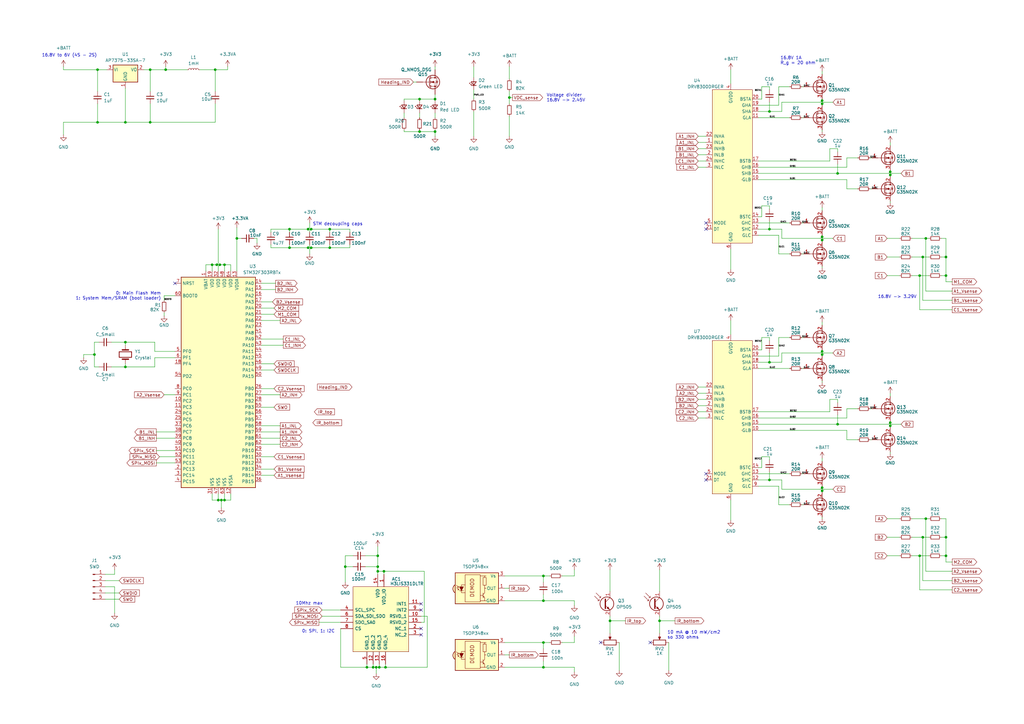
<source format=kicad_sch>
(kicad_sch (version 20211123) (generator eeschema)
  (paper "A3")
  (title_block (title "Melty Brain Schematic") (date "2022-11-13") (rev "1"))
  (lib_symbols
    (symbol "Connector:Conn_01x05_Male" (pin_names (offset 1.016) hide)
      (property "Reference" "J" (at 0 7.62 0))
      (property "Value" "Conn_01x05_Male" (at 0 -7.62 0))
      (symbol "Conn_01x05_Male_1_1"
        (pin passive line (at 5.08 5.08 180) (length 3.81) (name "Pin_1") (number "1"))
        (pin passive line (at 5.08 2.54 180) (length 3.81) (name "Pin_2") (number "2"))
        (pin passive line (at 5.08 0 180) (length 3.81) (name "Pin_3") (number "3"))
        (pin passive line (at 5.08 -2.54 180) (length 3.81) (name "Pin_4") (number "4"))
        (pin passive line (at 5.08 -5.08 180) (length 3.81) (name "Pin_5") (number "5"))
      )
    )
    (symbol "Device:C_Small" (pin_numbers hide) (pin_names (offset 0.254) hide)
      (property "Reference" "C" (at 0.254 1.778 0))
      (property "Value" "C_Small" (at 0.254 -2.032 0))
      (symbol "C_Small_1_1"
        (pin passive line (at 0 2.54 270) (length 2.032) (name "~") (number "1"))
        (pin passive line (at 0 -2.54 90) (length 2.032) (name "~") (number "2"))
      )
    )
    (symbol "Device:Crystal" (pin_numbers hide) (pin_names (offset 1.016) hide)
      (property "Reference" "Y" (at 0 3.81 0))
      (property "Value" "Crystal" (at 0 -3.81 0))
      (symbol "Crystal_1_1"
        (pin passive line (at -3.81 0 0) (length 1.27) (name "1") (number "1"))
        (pin passive line (at 3.81 0 180) (length 1.27) (name "2") (number "2"))
      )
    )
    (symbol "Device:LED_Small" (pin_numbers hide) (pin_names (offset 0.254) hide)
      (property "Reference" "D" (at -1.27 3.175 0))
      (property "Value" "LED_Small" (at -4.445 -2.54 0))
      (symbol "LED_Small_1_1"
        (pin passive line (at -2.54 0 0) (length 1.778) (name "K") (number "1"))
        (pin passive line (at 2.54 0 180) (length 1.778) (name "A") (number "2"))
      )
    )
    (symbol "Device:L_Small" (pin_numbers hide) (pin_names (offset 0.254) hide)
      (property "Reference" "L" (at 0.762 1.016 0))
      (property "Value" "L_Small" (at 0.762 -1.016 0))
      (symbol "L_Small_1_1"
        (pin passive line (at 0 2.54 270) (length 0.508) (name "~") (number "1"))
        (pin passive line (at 0 -2.54 90) (length 0.508) (name "~") (number "2"))
      )
    )
    (symbol "Device:Q_NMOS_DSG" (pin_numbers hide) (pin_names (offset 0) hide)
      (property "Reference" "Q" (at 5.08 1.27 0))
      (property "Value" "Q_NMOS_DSG" (at 5.08 -1.27 0))
      (symbol "Q_NMOS_DSG_1_1"
        (pin passive line (at 2.54 5.08 270) (length 2.54) (name "D") (number "1"))
        (pin passive line (at 2.54 -5.08 90) (length 2.54) (name "S") (number "2"))
        (pin input line (at -5.08 0 0) (length 2.54) (name "G") (number "3"))
      )
    )
    (symbol "Device:Q_NMOS_GDS" (pin_names (offset 0) hide)
      (property "Reference" "Q" (at 5.08 1.27 0))
      (property "Value" "Q_NMOS_GDS" (at 5.08 -1.27 0))
      (symbol "Q_NMOS_GDS_1_1"
        (pin input line (at -5.08 0 0) (length 2.54) (name "G") (number "1"))
        (pin passive line (at 2.54 5.08 270) (length 2.54) (name "D") (number "2"))
        (pin passive line (at 2.54 -5.08 90) (length 2.54) (name "S") (number "3"))
      )
    )
    (symbol "Device:Q_Photo_NPN" (pin_names (offset 0) hide)
      (property "Reference" "Q" (at 5.08 1.27 0))
      (property "Value" "Q_Photo_NPN" (at 5.08 -1.27 0))
      (symbol "Q_Photo_NPN_1_1"
        (pin passive line (at 2.54 5.08 270) (length 2.54) (name "C") (number "1"))
        (pin passive line (at 2.54 -5.08 90) (length 2.54) (name "E") (number "2"))
      )
    )
    (symbol "Device:R_Potentiometer" (pin_numbers hide) (pin_names (offset 1.016) hide)
      (property "Reference" "RV" (at -4.445 0 90))
      (property "Value" "R_Potentiometer" (at -2.54 0 90))
      (symbol "R_Potentiometer_1_1"
        (pin passive line (at 0 3.81 270) (length 1.27) (name "1") (number "1"))
        (pin passive line (at 3.81 0 180) (length 1.27) (name "2") (number "2"))
        (pin passive line (at 0 -3.81 90) (length 1.27) (name "3") (number "3"))
      )
    )
    (symbol "Device:R_Small" (pin_numbers hide) (pin_names (offset 0.254) hide)
      (property "Reference" "R" (at 0.762 0.508 0))
      (property "Value" "R_Small" (at 0.762 -1.016 0))
      (symbol "R_Small_1_1"
        (pin passive line (at 0 2.54 270) (length 0.762) (name "~") (number "1"))
        (pin passive line (at 0 -2.54 90) (length 0.762) (name "~") (number "2"))
      )
    )
    (symbol "Interface_Optical:TSOP348xx" (pin_names (offset 1.016))
      (property "Reference" "U" (at -10.16 7.62 0))
      (property "Value" "TSOP348xx" (at -10.16 -7.62 0))
      (symbol "TSOP348xx_0_0"
        (text "DEMOD" (at -3.175 0.254 900) (effects (font (size 1.524 1.524))))
      )
      (symbol "TSOP348xx_1_1"
        (pin output line (at 10.16 0 180) (length 2.54) (name "OUT") (number "1"))
        (pin power_in line (at 10.16 -5.08 180) (length 2.54) (name "GND") (number "2"))
        (pin power_in line (at 10.16 5.08 180) (length 2.54) (name "Vs") (number "3"))
      )
    )
    (symbol "MCU_ST_STM32F3:STM32F303RBTx"
      (property "Reference" "U" (at -15.24 44.45 0))
      (property "Value" "STM32F303RBTx" (at 10.16 44.45 0))
      (symbol "STM32F303RBTx_1_1"
        (pin power_in line (at -5.08 45.72 270) (length 2.54) (name "VBAT") (number "1"))
        (pin bidirectional line (at -17.78 -7.62 0) (length 2.54) (name "PC2") (number "10"))
        (pin bidirectional line (at -17.78 -10.16 0) (length 2.54) (name "PC3") (number "11"))
        (pin power_in line (at 5.08 -45.72 90) (length 2.54) (name "VSSA") (number "12"))
        (pin power_in line (at 7.62 45.72 270) (length 2.54) (name "VDDA") (number "13"))
        (pin bidirectional line (at 17.78 40.64 180) (length 2.54) (name "PA0") (number "14"))
        (pin bidirectional line (at 17.78 38.1 180) (length 2.54) (name "PA1") (number "15"))
        (pin bidirectional line (at 17.78 35.56 180) (length 2.54) (name "PA2") (number "16"))
        (pin bidirectional line (at 17.78 33.02 180) (length 2.54) (name "PA3") (number "17"))
        (pin bidirectional line (at -17.78 7.62 0) (length 2.54) (name "PF4") (number "18"))
        (pin power_in line (at -2.54 45.72 270) (length 2.54) (name "VDD") (number "19"))
        (pin bidirectional line (at -17.78 -35.56 0) (length 2.54) (name "PC13") (number "2"))
        (pin bidirectional line (at 17.78 30.48 180) (length 2.54) (name "PA4") (number "20"))
        (pin bidirectional line (at 17.78 27.94 180) (length 2.54) (name "PA5") (number "21"))
        (pin bidirectional line (at 17.78 25.4 180) (length 2.54) (name "PA6") (number "22"))
        (pin bidirectional line (at 17.78 22.86 180) (length 2.54) (name "PA7") (number "23"))
        (pin bidirectional line (at -17.78 -12.7 0) (length 2.54) (name "PC4") (number "24"))
        (pin bidirectional line (at -17.78 -15.24 0) (length 2.54) (name "PC5") (number "25"))
        (pin bidirectional line (at 17.78 -2.54 180) (length 2.54) (name "PB0") (number "26"))
        (pin bidirectional line (at 17.78 -5.08 180) (length 2.54) (name "PB1") (number "27"))
        (pin bidirectional line (at 17.78 -7.62 180) (length 2.54) (name "PB2") (number "28"))
        (pin bidirectional line (at 17.78 -27.94 180) (length 2.54) (name "PB10") (number "29"))
        (pin bidirectional line (at -17.78 -38.1 0) (length 2.54) (name "PC14") (number "3"))
        (pin bidirectional line (at 17.78 -30.48 180) (length 2.54) (name "PB11") (number "30"))
        (pin power_in line (at -2.54 -45.72 90) (length 2.54) (name "VSS") (number "31"))
        (pin power_in line (at 0 45.72 270) (length 2.54) (name "VDD") (number "32"))
        (pin bidirectional line (at 17.78 -33.02 180) (length 2.54) (name "PB12") (number "33"))
        (pin bidirectional line (at 17.78 -35.56 180) (length 2.54) (name "PB13") (number "34"))
        (pin bidirectional line (at 17.78 -38.1 180) (length 2.54) (name "PB14") (number "35"))
        (pin bidirectional line (at 17.78 -40.64 180) (length 2.54) (name "PB15") (number "36"))
        (pin bidirectional line (at -17.78 -17.78 0) (length 2.54) (name "PC6") (number "37"))
        (pin bidirectional line (at -17.78 -20.32 0) (length 2.54) (name "PC7") (number "38"))
        (pin bidirectional line (at -17.78 -22.86 0) (length 2.54) (name "PC8") (number "39"))
        (pin bidirectional line (at -17.78 -40.64 0) (length 2.54) (name "PC15") (number "4"))
        (pin bidirectional line (at -17.78 -25.4 0) (length 2.54) (name "PC9") (number "40"))
        (pin bidirectional line (at 17.78 20.32 180) (length 2.54) (name "PA8") (number "41"))
        (pin bidirectional line (at 17.78 17.78 180) (length 2.54) (name "PA9") (number "42"))
        (pin bidirectional line (at 17.78 15.24 180) (length 2.54) (name "PA10") (number "43"))
        (pin bidirectional line (at 17.78 12.7 180) (length 2.54) (name "PA11") (number "44"))
        (pin bidirectional line (at 17.78 10.16 180) (length 2.54) (name "PA12") (number "45"))
        (pin bidirectional line (at 17.78 7.62 180) (length 2.54) (name "PA13") (number "46"))
        (pin power_in line (at 0 -45.72 90) (length 2.54) (name "VSS") (number "47"))
        (pin power_in line (at 2.54 45.72 270) (length 2.54) (name "VDD") (number "48"))
        (pin bidirectional line (at 17.78 5.08 180) (length 2.54) (name "PA14") (number "49"))
        (pin input line (at -17.78 12.7 0) (length 2.54) (name "PF0") (number "5"))
        (pin bidirectional line (at 17.78 2.54 180) (length 2.54) (name "PA15") (number "50"))
        (pin bidirectional line (at -17.78 -27.94 0) (length 2.54) (name "PC10") (number "51"))
        (pin bidirectional line (at -17.78 -30.48 0) (length 2.54) (name "PC11") (number "52"))
        (pin bidirectional line (at -17.78 -33.02 0) (length 2.54) (name "PC12") (number "53"))
        (pin bidirectional line (at -17.78 2.54 0) (length 2.54) (name "PD2") (number "54"))
        (pin bidirectional line (at 17.78 -10.16 180) (length 2.54) (name "PB3") (number "55"))
        (pin bidirectional line (at 17.78 -12.7 180) (length 2.54) (name "PB4") (number "56"))
        (pin bidirectional line (at 17.78 -15.24 180) (length 2.54) (name "PB5") (number "57"))
        (pin bidirectional line (at 17.78 -17.78 180) (length 2.54) (name "PB6") (number "58"))
        (pin bidirectional line (at 17.78 -20.32 180) (length 2.54) (name "PB7") (number "59"))
        (pin input line (at -17.78 10.16 0) (length 2.54) (name "PF1") (number "6"))
        (pin input line (at -17.78 35.56 0) (length 2.54) (name "BOOT0") (number "60"))
        (pin bidirectional line (at 17.78 -22.86 180) (length 2.54) (name "PB8") (number "61"))
        (pin bidirectional line (at 17.78 -25.4 180) (length 2.54) (name "PB9") (number "62"))
        (pin power_in line (at 2.54 -45.72 90) (length 2.54) (name "VSS") (number "63"))
        (pin power_in line (at 5.08 45.72 270) (length 2.54) (name "VDD") (number "64"))
        (pin input line (at -17.78 40.64 0) (length 2.54) (name "NRST") (number "7"))
        (pin bidirectional line (at -17.78 -2.54 0) (length 2.54) (name "PC0") (number "8"))
        (pin bidirectional line (at -17.78 -5.08 0) (length 2.54) (name "PC1") (number "9"))
      )
    )
    (symbol "New_Library:DRV8300DRGER"
      (property "Reference" "U" (at -16.51 22.86 0))
      (property "Value" "DRV8300DRGER" (at -16.51 20.32 0))
      (symbol "DRV8300DRGER_0_0"
        (pin input line (at -10.16 11.43 0) (length 2.54) (name "INLA") (number "1"))
        (pin output line (at 11.43 -3.81 180) (length 2.54) (name "GLB") (number "10"))
        (pin output line (at 11.43 21.59 180) (length 2.54) (name "GLA") (number "11"))
        (pin output line (at 11.43 -24.13 180) (length 2.54) (name "SHC") (number "12"))
        (pin output line (at 11.43 -21.59 180) (length 2.54) (name "GHC") (number "13"))
        (pin output line (at 11.43 -19.05 180) (length 2.54) (name "BSTC") (number "14"))
        (pin output line (at 11.43 -1.27 180) (length 2.54) (name "SHB") (number "15"))
        (pin output line (at 11.43 1.27 180) (length 2.54) (name "GHB") (number "16"))
        (pin output line (at 11.43 3.81 180) (length 2.54) (name "BSTB") (number "17"))
        (pin output line (at 11.43 24.13 180) (length 2.54) (name "SHA") (number "18"))
        (pin output line (at 11.43 26.67 180) (length 2.54) (name "GHA") (number "19"))
        (pin input line (at -10.16 6.35 0) (length 2.54) (name "INLB") (number "2"))
        (pin output line (at 11.43 29.21 180) (length 2.54) (name "BSTA") (number "20"))
        (pin input line (at -10.16 -24.13 0) (length 2.54) (name "DT") (number "21"))
        (pin input line (at -10.16 13.97 0) (length 2.54) (name "INHA") (number "22"))
        (pin input line (at -10.16 8.89 0) (length 2.54) (name "INHB") (number "23"))
        (pin input line (at -10.16 3.81 0) (length 2.54) (name "INHC") (number "24"))
        (pin input line (at -10.16 1.27 0) (length 2.54) (name "INLC") (number "3"))
        (pin power_in line (at 0 35.56 270) (length 2.54) (name "GVDD") (number "4"))
        (pin input line (at -10.16 -21.59 0) (length 2.54) (name "MODE") (number "5"))
        (pin power_in line (at 0 -32.385 90) (length 2.54) (name "GND") (number "6"))
        (pin output line (at 11.43 -26.67 180) (length 2.54) (name "GLC") (number "9"))
      )
    )
    (symbol "New_Library:H3LIS331DLTR" (pin_names (offset 0.762))
      (property "Reference" "AC" (at 36.83 22.86 0))
      (property "Value" "H3LIS331DLTR" (at 36.83 20.32 0))
      (symbol "H3LIS331DLTR_0_0"
        (pin power_in line (at 17.78 14.605 270) (length 5.08) (name "VDD_IO") (number "1"))
        (pin passive line (at 33.02 -2.54 180) (length 5.08) (name "RSVD_1") (number "10"))
        (pin input line (at 33.02 2.54 180) (length 5.08) (name "INT1") (number "11"))
        (pin power_in line (at 13.335 -22.225 90) (length 5.08) (name "GND_2") (number "12"))
        (pin power_in line (at 15.875 -22.225 90) (length 5.08) (name "GND_3") (number "13"))
        (pin power_in line (at 15.24 14.605 270) (length 5.08) (name "VDD") (number "14"))
        (pin passive line (at 33.02 -5.08 180) (length 5.08) (name "RSVD_2") (number "15"))
        (pin power_in line (at 18.415 -22.225 90) (length 5.08) (name "GND_4") (number "16"))
        (pin passive line (at 33.02 -7.62 180) (length 5.08) (name "NC_1") (number "2"))
        (pin passive line (at 33.02 -10.16 180) (length 5.08) (name "NC_2") (number "3"))
        (pin passive line (at 0 0 0) (length 5.08) (name "SCL_SPC") (number "4"))
        (pin power_in line (at 10.795 -22.225 90) (length 5.08) (name "GND_1") (number "5"))
        (pin passive line (at 0 -2.54 0) (length 5.08) (name "SDA_SDI_SDO") (number "6"))
        (pin passive line (at 0 -5.08 0) (length 5.08) (name "SDO_SA0") (number "7"))
        (pin input line (at 0 -7.62 0) (length 5.08) (name "CS") (number "8"))
        (pin input line (at 33.02 0 180) (length 5.08) (name "INT2") (number "9"))
      )
    )
    (symbol "Regulator_Linear:LM1117-3.3" (pin_names (offset 0.254))
      (property "Reference" "U" (at -3.81 3.175 0))
      (property "Value" "LM1117-3.3" (at 0 3.175 0))
      (symbol "LM1117-3.3_1_1"
        (pin power_in line (at 0 -7.62 90) (length 2.54) (name "GND") (number "1"))
        (pin power_out line (at 7.62 0 180) (length 2.54) (name "VO") (number "2"))
        (pin power_in line (at -7.62 0 0) (length 2.54) (name "VI") (number "3"))
      )
    )
    (symbol "power:+3.3V" (power) (pin_names (offset 0))
      (property "Value" "+3.3V" (at 0 3.556 0))
      (symbol "+3.3V_1_1"
        (pin power_in line (at 0 0 90) (length 0) hide (name "+3V3") (number "1"))
      )
    )
    (symbol "power:+3.3VA" (power) (pin_names (offset 0))
      (property "Value" "+3.3VA" (at 0 3.556 0))
      (symbol "+3.3VA_1_1"
        (pin power_in line (at 0 0 90) (length 0) hide (name "+3.3VA") (number "1"))
      )
    )
    (symbol "power:+BATT" (power) (pin_names (offset 0))
      (property "Value" "+BATT" (at 0 3.556 0))
      (symbol "+BATT_1_1"
        (pin power_in line (at 0 0 90) (length 0) hide (name "+BATT") (number "1"))
      )
    )
    (symbol "power:GND" (power) (pin_names (offset 0))
      (property "Value" "GND" (at 0 -3.81 0))
      (symbol "GND_1_1"
        (pin power_in line (at 0 0 270) (length 0) hide (name "GND") (number "1"))
      )
    )
  )
  (junction (at 315.595 196.85))
  (junction (at 86.995 108.585))
  (junction (at 126.365 101.6))
  (junction (at 158.115 273.685))
  (junction (at 250.19 254.635))
  (junction (at 90.17 108.585))
  (junction (at 379.73 97.79))
  (junction (at 127.635 101.6))
  (junction (at 365.125 70.485))
  (junction (at 178.435 53.975))
  (junction (at 97.155 97.79))
  (junction (at 337.185 41.275))
  (junction (at 178.435 40.64))
  (junction (at 222.885 263.525))
  (junction (at 378.46 220.345))
  (junction (at 172.085 53.975))
  (junction (at 172.085 40.64))
  (junction (at 154.94 227.965))
  (junction (at 154.305 273.685))
  (junction (at 61.595 28.575))
  (junction (at 343.535 173.99))
  (junction (at 337.185 144.145))
  (junction (at 377.19 113.03))
  (junction (at 40.005 50.165))
  (junction (at 155.575 273.685))
  (junction (at 40.005 28.575))
  (junction (at 88.9 108.585))
  (junction (at 127.635 93.98))
  (junction (at 61.595 50.165))
  (junction (at 92.075 205.105))
  (junction (at 51.435 50.165))
  (junction (at 222.885 236.22))
  (junction (at 67.945 28.575))
  (junction (at 157.48 234.315))
  (junction (at 387.985 220.345))
  (junction (at 89.535 205.105))
  (junction (at 337.185 42.545))
  (junction (at 315.595 148.59))
  (junction (at 270.51 254.635))
  (junction (at 92.075 108.585))
  (junction (at 154.94 234.315))
  (junction (at 51.435 150.495))
  (junction (at 150.495 273.685))
  (junction (at 118.745 101.6))
  (junction (at 387.985 227.965))
  (junction (at 337.185 201.295))
  (junction (at 377.19 227.965))
  (junction (at 222.885 273.685))
  (junction (at 38.735 145.415))
  (junction (at 90.805 205.105))
  (junction (at 337.185 98.425))
  (junction (at 135.255 93.98))
  (junction (at 337.185 97.155))
  (junction (at 118.745 93.98))
  (junction (at 387.985 105.41))
  (junction (at 378.46 105.41))
  (junction (at 222.885 246.38))
  (junction (at 365.125 174.625))
  (junction (at 387.985 113.03))
  (junction (at 153.035 273.685))
  (junction (at 365.125 71.755))
  (junction (at 379.73 212.725))
  (junction (at 337.185 145.415))
  (junction (at 141.605 232.41))
  (junction (at 365.125 173.355))
  (junction (at 315.595 93.98))
  (junction (at 88.265 28.575))
  (junction (at 315.595 45.72))
  (junction (at 343.535 71.12))
  (junction (at 51.435 140.335))
  (junction (at 154.94 232.41))
  (junction (at 208.915 40.005))
  (junction (at 126.365 93.98))
  (junction (at 135.255 101.6))
  (junction (at 337.185 200.025))
  (no_connect (at 266.7 263.525))
  (no_connect (at 289.56 91.44))
  (no_connect (at 289.56 93.98))
  (no_connect (at 289.56 194.31))
  (no_connect (at 289.56 196.85))
  (no_connect (at 172.72 250.19))
  (no_connect (at 172.72 257.81))
  (no_connect (at 172.72 260.35))
  (no_connect (at 172.72 247.65))
  (no_connect (at 71.755 116.205))
  (no_connect (at 246.38 263.525))
  (wire (pts (xy 311.15 143.51) (xy 312.42 143.51)))
  (wire (pts (xy 387.985 220.345) (xy 387.985 227.965)))
  (wire (pts (xy 207.01 246.38) (xy 222.885 246.38)))
  (wire (pts (xy 377.19 113.03) (xy 381 113.03)))
  (wire (pts (xy 175.26 273.685) (xy 158.115 273.685)))
  (wire (pts (xy 337.185 97.155) (xy 337.185 98.425)))
  (wire (pts (xy 173.99 234.315) (xy 157.48 234.315)))
  (wire (pts (xy 319.405 96.52) (xy 319.405 104.14)))
  (wire (pts (xy 337.185 98.425) (xy 337.185 99.06)))
  (wire (pts (xy 208.915 40.005) (xy 208.915 42.545)))
  (wire (pts (xy 337.185 201.295) (xy 337.185 201.93)))
  (wire (pts (xy 390.525 123.19) (xy 378.46 123.19)))
  (wire (pts (xy 172.085 40.64) (xy 178.435 40.64)))
  (wire (pts (xy 319.405 104.14) (xy 323.85 104.14)))
  (wire (pts (xy 43.18 243.205) (xy 48.895 243.205)))
  (wire (pts (xy 386.08 212.725) (xy 387.985 212.725)))
  (wire (pts (xy 235.585 248.285) (xy 235.585 246.38)))
  (wire (pts (xy 343.535 173.99) (xy 364.49 173.99)))
  (wire (pts (xy 337.82 97.79) (xy 341.63 97.79)))
  (wire (pts (xy 386.08 227.965) (xy 387.985 227.965)))
  (wire (pts (xy 127 104.14) (xy 127 102.235)))
  (wire (pts (xy 311.15 176.53) (xy 347.345 176.53)))
  (wire (pts (xy 320.675 196.85) (xy 315.595 196.85)))
  (wire (pts (xy 194.31 27.305) (xy 194.31 31.75)))
  (wire (pts (xy 178.435 46.355) (xy 178.435 48.26)))
  (wire (pts (xy 312.42 35.56) (xy 315.595 35.56)))
  (wire (pts (xy 107.315 118.745) (xy 113.03 118.745)))
  (wire (pts (xy 157.48 234.315) (xy 157.48 235.585)))
  (wire (pts (xy 127.635 101.6) (xy 126.365 101.6)))
  (wire (pts (xy 312.42 187.325) (xy 312.42 191.77)))
  (wire (pts (xy 208.915 47.625) (xy 208.915 55.88)))
  (wire (pts (xy 311.15 151.13) (xy 323.85 151.13)))
  (wire (pts (xy 172.085 53.34) (xy 172.085 53.975)))
  (wire (pts (xy 172.085 40.64) (xy 172.085 41.275)))
  (wire (pts (xy 107.315 177.165) (xy 114.935 177.165)))
  (wire (pts (xy 61.595 28.575) (xy 61.595 37.465)))
  (wire (pts (xy 173.99 255.27) (xy 173.99 234.315)))
  (wire (pts (xy 107.315 116.205) (xy 113.03 116.205)))
  (wire (pts (xy 328.93 91.44) (xy 329.565 91.44)))
  (wire (pts (xy 337.82 41.91) (xy 341.63 41.91)))
  (wire (pts (xy 149.86 232.41) (xy 154.94 232.41)))
  (wire (pts (xy 178.435 38.735) (xy 178.435 40.64)))
  (wire (pts (xy 377.19 227.965) (xy 381 227.965)))
  (wire (pts (xy 132.08 250.19) (xy 139.7 250.19)))
  (wire (pts (xy 320.675 45.72) (xy 315.595 45.72)))
  (wire (pts (xy 89.535 111.125) (xy 89.535 109.22)))
  (wire (pts (xy 374.015 220.345) (xy 378.46 220.345)))
  (wire (pts (xy 337.185 109.22) (xy 337.185 109.855)))
  (wire (pts (xy 150.495 273.685) (xy 153.035 273.685)))
  (wire (pts (xy 43.18 238.125) (xy 48.895 238.125)))
  (wire (pts (xy 343.535 71.12) (xy 364.49 71.12)))
  (wire (pts (xy 386.08 220.345) (xy 387.985 220.345)))
  (wire (pts (xy 135.255 93.98) (xy 143.51 93.98)))
  (wire (pts (xy 312.42 84.455) (xy 312.42 88.9)))
  (wire (pts (xy 363.855 220.345) (xy 368.935 220.345)))
  (wire (pts (xy 337.82 200.66) (xy 341.63 200.66)))
  (wire (pts (xy 356.87 77.47) (xy 357.505 77.47)))
  (wire (pts (xy 365.125 71.755) (xy 365.125 72.39)))
  (wire (pts (xy 337.82 41.91) (xy 337.185 42.545)))
  (wire (pts (xy 118.745 100.33) (xy 118.745 101.6)))
  (wire (pts (xy 386.08 97.79) (xy 387.985 97.79)))
  (wire (pts (xy 337.185 144.145) (xy 336.55 144.78)))
  (wire (pts (xy 105.41 97.79) (xy 104.14 97.79)))
  (wire (pts (xy 337.185 200.025) (xy 337.185 201.295)))
  (wire (pts (xy 336.55 144.78) (xy 320.675 144.78)))
  (wire (pts (xy 126.365 101.6) (xy 127 100.965)))
  (wire (pts (xy 378.46 220.345) (xy 381 220.345)))
  (wire (pts (xy 379.73 119.38) (xy 379.73 97.79)))
  (wire (pts (xy 337.185 42.545) (xy 337.185 43.18)))
  (wire (pts (xy 46.99 235.585) (xy 46.99 233.68)))
  (wire (pts (xy 63.5 144.145) (xy 71.755 144.145)))
  (wire (pts (xy 38.735 150.495) (xy 38.735 145.415)))
  (wire (pts (xy 107.315 159.385) (xy 112.395 159.385)))
  (wire (pts (xy 337.185 85.09) (xy 337.185 86.36)))
  (wire (pts (xy 363.855 105.41) (xy 368.935 105.41)))
  (wire (pts (xy 26.035 50.165) (xy 40.005 50.165)))
  (wire (pts (xy 51.435 50.165) (xy 40.005 50.165)))
  (wire (pts (xy 230.505 263.525) (xy 235.585 263.525)))
  (wire (pts (xy 250.19 252.73) (xy 250.19 254.635)))
  (wire (pts (xy 328.93 35.56) (xy 329.565 35.56)))
  (wire (pts (xy 274.32 263.525) (xy 274.32 274.955)))
  (wire (pts (xy 337.185 200.025) (xy 336.55 200.66)))
  (wire (pts (xy 311.15 91.44) (xy 323.85 91.44)))
  (wire (pts (xy 315.595 144.78) (xy 315.595 148.59)))
  (wire (pts (xy 377.19 241.935) (xy 377.19 227.965)))
  (wire (pts (xy 26.035 50.165) (xy 26.035 55.245)))
  (wire (pts (xy 286.385 55.88) (xy 289.56 55.88)))
  (wire (pts (xy 315.595 187.325) (xy 312.42 187.325)))
  (wire (pts (xy 89.535 93.98) (xy 89.535 107.95)))
  (wire (pts (xy 323.85 35.56) (xy 319.405 35.56)))
  (wire (pts (xy 347.345 176.53) (xy 347.345 180.34)))
  (wire (pts (xy 311.15 68.58) (xy 347.345 68.58)))
  (wire (pts (xy 336.55 200.66) (xy 320.675 200.66)))
  (wire (pts (xy 356.87 180.34) (xy 357.505 180.34)))
  (wire (pts (xy 340.36 168.91) (xy 340.36 163.83)))
  (wire (pts (xy 84.455 111.125) (xy 84.455 108.585)))
  (wire (pts (xy 390.525 119.38) (xy 379.73 119.38)))
  (wire (pts (xy 365.76 71.12) (xy 365.125 71.755)))
  (wire (pts (xy 378.46 105.41) (xy 381 105.41)))
  (wire (pts (xy 118.745 93.98) (xy 118.745 95.25)))
  (wire (pts (xy 111.125 93.98) (xy 118.745 93.98)))
  (wire (pts (xy 390.525 230.505) (xy 387.985 230.505)))
  (wire (pts (xy 286.385 63.5) (xy 289.56 63.5)))
  (wire (pts (xy 328.93 151.13) (xy 329.565 151.13)))
  (wire (pts (xy 64.135 184.785) (xy 71.755 184.785)))
  (wire (pts (xy 337.185 29.21) (xy 337.185 30.48)))
  (wire (pts (xy 172.72 252.73) (xy 175.26 252.73)))
  (wire (pts (xy 390.525 238.125) (xy 378.46 238.125)))
  (wire (pts (xy 340.36 60.96) (xy 343.535 60.96)))
  (wire (pts (xy 286.385 158.75) (xy 289.56 158.75)))
  (wire (pts (xy 222.885 246.38) (xy 235.585 246.38)))
  (wire (pts (xy 337.185 156.21) (xy 337.185 156.845)))
  (wire (pts (xy 315.595 138.43) (xy 315.595 139.7)))
  (wire (pts (xy 107.315 126.365) (xy 112.395 126.365)))
  (wire (pts (xy 141.605 232.41) (xy 144.78 232.41)))
  (wire (pts (xy 311.15 40.64) (xy 312.42 40.64)))
  (wire (pts (xy 94.615 202.565) (xy 94.615 205.105)))
  (wire (pts (xy 107.315 187.325) (xy 112.395 187.325)))
  (wire (pts (xy 312.42 88.9) (xy 311.15 88.9)))
  (wire (pts (xy 43.18 240.665) (xy 46.99 240.665)))
  (wire (pts (xy 153.035 273.685) (xy 154.305 273.685)))
  (wire (pts (xy 315.595 84.455) (xy 312.42 84.455)))
  (wire (pts (xy 51.435 140.335) (xy 45.72 140.335)))
  (wire (pts (xy 315.595 93.98) (xy 311.15 93.98)))
  (wire (pts (xy 172.085 46.355) (xy 172.085 48.26)))
  (wire (pts (xy 337.185 96.52) (xy 337.185 97.155)))
  (wire (pts (xy 230.505 236.22) (xy 235.585 236.22)))
  (wire (pts (xy 51.435 150.495) (xy 45.72 150.495)))
  (wire (pts (xy 143.51 101.6) (xy 135.255 101.6)))
  (wire (pts (xy 34.29 145.415) (xy 34.29 146.685)))
  (wire (pts (xy 286.385 168.91) (xy 289.56 168.91)))
  (wire (pts (xy 157.48 234.315) (xy 154.94 234.315)))
  (wire (pts (xy 88.265 50.165) (xy 88.265 42.545)))
  (wire (pts (xy 155.575 272.415) (xy 155.575 273.685)))
  (wire (pts (xy 222.885 236.22) (xy 222.885 238.76)))
  (wire (pts (xy 311.15 199.39) (xy 319.405 199.39)))
  (wire (pts (xy 222.885 263.525) (xy 225.425 263.525)))
  (wire (pts (xy 315.595 85.725) (xy 315.595 84.455)))
  (wire (pts (xy 365.125 173.355) (xy 364.49 173.99)))
  (wire (pts (xy 88.265 37.465) (xy 88.265 28.575)))
  (wire (pts (xy 107.315 179.705) (xy 114.935 179.705)))
  (wire (pts (xy 328.93 138.43) (xy 329.565 138.43)))
  (wire (pts (xy 207.01 268.605) (xy 208.915 268.605)))
  (wire (pts (xy 315.595 90.805) (xy 315.595 93.98)))
  (wire (pts (xy 105.41 99.695) (xy 105.41 97.79)))
  (wire (pts (xy 340.36 66.04) (xy 340.36 60.96)))
  (wire (pts (xy 222.885 263.525) (xy 222.885 266.065)))
  (wire (pts (xy 26.035 28.575) (xy 26.035 27.305)))
  (wire (pts (xy 315.595 35.56) (xy 315.595 36.83)))
  (wire (pts (xy 365.125 70.485) (xy 365.125 71.755)))
  (wire (pts (xy 107.315 123.825) (xy 111.76 123.825)))
  (wire (pts (xy 365.125 82.55) (xy 365.125 83.185)))
  (wire (pts (xy 222.885 273.685) (xy 235.585 273.685)))
  (wire (pts (xy 235.585 275.59) (xy 235.585 273.685)))
  (wire (pts (xy 363.855 97.79) (xy 368.935 97.79)))
  (wire (pts (xy 158.115 273.685) (xy 158.115 272.415)))
  (wire (pts (xy 63.5 146.685) (xy 63.5 150.495)))
  (wire (pts (xy 90.805 205.105) (xy 90.805 208.28)))
  (wire (pts (xy 107.315 131.445) (xy 114.935 131.445)))
  (wire (pts (xy 270.51 252.73) (xy 270.51 254.635)))
  (wire (pts (xy 340.36 163.83) (xy 343.535 163.83)))
  (wire (pts (xy 88.9 108.585) (xy 90.17 108.585)))
  (wire (pts (xy 107.315 151.765) (xy 112.395 151.765)))
  (wire (pts (xy 153.035 272.415) (xy 153.035 273.685)))
  (wire (pts (xy 51.435 50.165) (xy 61.595 50.165)))
  (wire (pts (xy 374.015 113.03) (xy 377.19 113.03)))
  (wire (pts (xy 365.76 173.99) (xy 365.125 174.625)))
  (wire (pts (xy 319.405 138.43) (xy 319.405 146.05)))
  (wire (pts (xy 319.405 207.01) (xy 323.85 207.01)))
  (wire (pts (xy 40.005 28.575) (xy 43.815 28.575)))
  (wire (pts (xy 154.94 224.155) (xy 154.94 227.965)))
  (wire (pts (xy 65.405 187.325) (xy 71.755 187.325)))
  (wire (pts (xy 139.7 273.685) (xy 150.495 273.685)))
  (wire (pts (xy 351.79 167.64) (xy 347.345 167.64)))
  (wire (pts (xy 208.915 27.305) (xy 208.915 32.385)))
  (wire (pts (xy 374.015 97.79) (xy 379.73 97.79)))
  (wire (pts (xy 107.315 167.005) (xy 112.395 167.005)))
  (wire (pts (xy 337.185 53.34) (xy 337.185 53.975)))
  (wire (pts (xy 311.15 194.31) (xy 323.85 194.31)))
  (wire (pts (xy 365.125 69.85) (xy 365.125 70.485)))
  (wire (pts (xy 286.385 166.37) (xy 289.56 166.37)))
  (wire (pts (xy 315.595 196.85) (xy 311.15 196.85)))
  (wire (pts (xy 51.435 149.225) (xy 51.435 150.495)))
  (wire (pts (xy 90.17 108.585) (xy 92.075 108.585)))
  (wire (pts (xy 337.185 41.275) (xy 337.185 42.545)))
  (wire (pts (xy 374.015 227.965) (xy 377.19 227.965)))
  (wire (pts (xy 387.985 212.725) (xy 387.985 220.345)))
  (wire (pts (xy 337.185 145.415) (xy 337.185 146.05)))
  (wire (pts (xy 107.315 174.625) (xy 114.935 174.625)))
  (wire (pts (xy 59.055 28.575) (xy 61.595 28.575)))
  (wire (pts (xy 299.72 131.445) (xy 299.72 137.16)))
  (wire (pts (xy 86.995 205.105) (xy 89.535 205.105)))
  (wire (pts (xy 387.985 105.41) (xy 387.985 113.03)))
  (wire (pts (xy 94.615 205.105) (xy 92.075 205.105)))
  (wire (pts (xy 311.15 168.91) (xy 340.36 168.91)))
  (wire (pts (xy 43.18 235.585) (xy 46.99 235.585)))
  (wire (pts (xy 88.9 108.585) (xy 89.535 107.95)))
  (wire (pts (xy 286.385 68.58) (xy 289.56 68.58)))
  (wire (pts (xy 320.675 148.59) (xy 315.595 148.59)))
  (wire (pts (xy 88.265 28.575) (xy 93.345 28.575)))
  (wire (pts (xy 135.255 93.98) (xy 135.255 95.25)))
  (wire (pts (xy 299.72 205.105) (xy 299.72 213.36)))
  (wire (pts (xy 365.125 58.42) (xy 365.125 59.69)))
  (wire (pts (xy 132.08 252.73) (xy 139.7 252.73)))
  (wire (pts (xy 64.135 189.865) (xy 71.755 189.865)))
  (wire (pts (xy 175.26 252.73) (xy 175.26 273.685)))
  (wire (pts (xy 337.185 187.96) (xy 337.185 189.23)))
  (wire (pts (xy 250.19 254.635) (xy 256.54 254.635)))
  (wire (pts (xy 26.035 28.575) (xy 40.005 28.575)))
  (wire (pts (xy 286.385 60.96) (xy 289.56 60.96)))
  (wire (pts (xy 320.675 97.79) (xy 320.675 93.98)))
  (wire (pts (xy 63.5 140.335) (xy 63.5 144.145)))
  (wire (pts (xy 299.72 102.235) (xy 299.72 110.49)))
  (wire (pts (xy 315.595 193.675) (xy 315.595 196.85)))
  (wire (pts (xy 154.94 234.315) (xy 154.94 235.585)))
  (wire (pts (xy 337.185 212.09) (xy 337.185 212.725)))
  (wire (pts (xy 208.915 37.465) (xy 208.915 40.005)))
  (wire (pts (xy 286.385 161.29) (xy 289.56 161.29)))
  (wire (pts (xy 178.435 53.975) (xy 178.435 55.88)))
  (wire (pts (xy 311.15 96.52) (xy 319.405 96.52)))
  (wire (pts (xy 250.19 254.635) (xy 250.19 259.715)))
  (wire (pts (xy 377.19 127) (xy 377.19 113.03)))
  (wire (pts (xy 347.345 167.64) (xy 347.345 171.45)))
  (wire (pts (xy 363.855 113.03) (xy 368.935 113.03)))
  (wire (pts (xy 319.405 43.18) (xy 311.15 43.18)))
  (wire (pts (xy 172.085 53.975) (xy 178.435 53.975)))
  (wire (pts (xy 46.99 240.665) (xy 46.99 251.46)))
  (wire (pts (xy 141.605 227.965) (xy 144.78 227.965)))
  (wire (pts (xy 319.405 199.39) (xy 319.405 207.01)))
  (wire (pts (xy 312.42 138.43) (xy 315.595 138.43)))
  (wire (pts (xy 387.985 115.57) (xy 387.985 113.03)))
  (wire (pts (xy 235.585 260.985) (xy 235.585 263.525)))
  (wire (pts (xy 387.985 230.505) (xy 387.985 227.965)))
  (wire (pts (xy 207.01 263.525) (xy 222.885 263.525)))
  (wire (pts (xy 356.87 64.77) (xy 357.505 64.77)))
  (wire (pts (xy 337.185 97.155) (xy 336.55 97.79)))
  (wire (pts (xy 387.985 97.79) (xy 387.985 105.41)))
  (wire (pts (xy 92.075 108.585) (xy 92.075 111.125)))
  (wire (pts (xy 67.31 161.925) (xy 71.755 161.925)))
  (wire (pts (xy 63.5 146.685) (xy 71.755 146.685)))
  (wire (pts (xy 111.125 101.6) (xy 111.125 100.33)))
  (wire (pts (xy 126.365 93.98) (xy 127.635 93.98)))
  (wire (pts (xy 127 91.44) (xy 127 93.345)))
  (wire (pts (xy 127 102.235) (xy 127.635 101.6)))
  (wire (pts (xy 254 263.525) (xy 254 274.955)))
  (wire (pts (xy 286.385 58.42) (xy 289.56 58.42)))
  (wire (pts (xy 92.075 205.105) (xy 90.805 205.105)))
  (wire (pts (xy 337.185 40.64) (xy 337.185 41.275)))
  (wire (pts (xy 67.31 128.27) (xy 67.31 129.54)))
  (wire (pts (xy 365.125 70.485) (xy 364.49 71.12)))
  (wire (pts (xy 222.885 271.145) (xy 222.885 273.685)))
  (wire (pts (xy 323.85 138.43) (xy 319.405 138.43)))
  (wire (pts (xy 94.615 108.585) (xy 94.615 111.125)))
  (wire (pts (xy 311.15 173.99) (xy 343.535 173.99)))
  (wire (pts (xy 320.675 200.66) (xy 320.675 196.85)))
  (wire (pts (xy 363.855 212.725) (xy 368.935 212.725)))
  (wire (pts (xy 99.06 97.79) (xy 97.155 97.79)))
  (wire (pts (xy 328.93 207.01) (xy 329.565 207.01)))
  (wire (pts (xy 347.345 180.34) (xy 351.79 180.34)))
  (wire (pts (xy 311.15 171.45) (xy 347.345 171.45)))
  (wire (pts (xy 365.125 161.29) (xy 365.125 162.56)))
  (wire (pts (xy 63.5 140.335) (xy 51.435 140.335)))
  (wire (pts (xy 107.315 141.605) (xy 116.205 141.605)))
  (wire (pts (xy 378.46 238.125) (xy 378.46 220.345)))
  (wire (pts (xy 61.595 28.575) (xy 67.945 28.575)))
  (wire (pts (xy 154.94 227.965) (xy 154.94 232.41)))
  (wire (pts (xy 67.31 123.19) (xy 67.31 121.285)))
  (wire (pts (xy 270.51 254.635) (xy 276.86 254.635)))
  (wire (pts (xy 337.185 199.39) (xy 337.185 200.025)))
  (wire (pts (xy 222.885 236.22) (xy 225.425 236.22)))
  (wire (pts (xy 390.525 234.315) (xy 379.73 234.315)))
  (wire (pts (xy 337.82 200.66) (xy 337.185 201.295)))
  (wire (pts (xy 93.345 28.575) (xy 93.345 27.305)))
  (wire (pts (xy 286.385 66.04) (xy 289.56 66.04)))
  (wire (pts (xy 86.995 108.585) (xy 88.9 108.585)))
  (wire (pts (xy 165.735 41.275) (xy 165.735 40.64)))
  (wire (pts (xy 81.915 28.575) (xy 88.265 28.575)))
  (wire (pts (xy 51.435 36.195) (xy 51.435 50.165)))
  (wire (pts (xy 107.315 192.405) (xy 112.395 192.405)))
  (wire (pts (xy 107.315 139.065) (xy 116.205 139.065)))
  (wire (pts (xy 311.15 48.26) (xy 323.85 48.26)))
  (wire (pts (xy 194.31 36.83) (xy 194.31 40.64)))
  (wire (pts (xy 107.315 128.905) (xy 112.395 128.905)))
  (wire (pts (xy 154.305 273.685) (xy 155.575 273.685)))
  (wire (pts (xy 337.185 144.145) (xy 337.185 145.415)))
  (wire (pts (xy 328.93 194.31) (xy 329.565 194.31)))
  (wire (pts (xy 390.525 241.935) (xy 377.19 241.935)))
  (wire (pts (xy 178.435 53.34) (xy 178.435 53.975)))
  (wire (pts (xy 127.635 93.98) (xy 135.255 93.98)))
  (wire (pts (xy 235.585 233.68) (xy 235.585 236.22)))
  (wire (pts (xy 343.535 67.31) (xy 343.535 71.12)))
  (wire (pts (xy 86.995 108.585) (xy 86.995 111.125)))
  (wire (pts (xy 343.535 60.96) (xy 343.535 62.23)))
  (wire (pts (xy 38.735 150.495) (xy 40.64 150.495)))
  (wire (pts (xy 356.87 167.64) (xy 357.505 167.64)))
  (wire (pts (xy 347.345 64.77) (xy 347.345 68.58)))
  (wire (pts (xy 64.135 177.165) (xy 71.755 177.165)))
  (wire (pts (xy 343.535 170.18) (xy 343.535 173.99)))
  (wire (pts (xy 337.82 97.79) (xy 337.185 98.425)))
  (wire (pts (xy 61.595 42.545) (xy 61.595 50.165)))
  (wire (pts (xy 286.385 171.45) (xy 289.56 171.45)))
  (wire (pts (xy 336.55 41.91) (xy 320.675 41.91)))
  (wire (pts (xy 92.075 108.585) (xy 94.615 108.585)))
  (wire (pts (xy 365.125 172.72) (xy 365.125 173.355)))
  (wire (pts (xy 107.315 149.225) (xy 112.395 149.225)))
  (wire (pts (xy 126.365 93.98) (xy 127 93.345)))
  (wire (pts (xy 312.42 143.51) (xy 312.42 138.43)))
  (wire (pts (xy 365.76 71.12) (xy 369.57 71.12)))
  (wire (pts (xy 320.675 93.98) (xy 315.595 93.98)))
  (wire (pts (xy 150.495 272.415) (xy 150.495 273.685)))
  (wire (pts (xy 207.01 236.22) (xy 222.885 236.22)))
  (wire (pts (xy 365.76 173.99) (xy 369.57 173.99)))
  (wire (pts (xy 386.08 113.03) (xy 387.985 113.03)))
  (wire (pts (xy 319.405 146.05) (xy 311.15 146.05)))
  (wire (pts (xy 337.185 41.275) (xy 336.55 41.91)))
  (wire (pts (xy 107.315 182.245) (xy 114.935 182.245)))
  (wire (pts (xy 390.525 115.57) (xy 387.985 115.57)))
  (wire (pts (xy 347.345 73.66) (xy 347.345 77.47)))
  (wire (pts (xy 40.005 28.575) (xy 40.005 37.465)))
  (wire (pts (xy 315.595 188.595) (xy 315.595 187.325)))
  (wire (pts (xy 386.08 105.41) (xy 387.985 105.41)))
  (wire (pts (xy 97.155 93.345) (xy 97.155 97.79)))
  (wire (pts (xy 312.42 40.64) (xy 312.42 35.56)))
  (wire (pts (xy 363.855 227.965) (xy 368.935 227.965)))
  (wire (pts (xy 319.405 35.56) (xy 319.405 43.18)))
  (wire (pts (xy 311.15 66.04) (xy 340.36 66.04)))
  (wire (pts (xy 127 100.33) (xy 127 100.965)))
  (wire (pts (xy 118.745 93.98) (xy 126.365 93.98)))
  (wire (pts (xy 379.73 234.315) (xy 379.73 212.725)))
  (wire (pts (xy 165.735 53.34) (xy 165.735 53.975)))
  (wire (pts (xy 154.305 273.685) (xy 154.305 276.225)))
  (wire (pts (xy 63.5 150.495) (xy 51.435 150.495)))
  (wire (pts (xy 89.535 109.22) (xy 90.17 108.585)))
  (wire (pts (xy 61.595 50.165) (xy 88.265 50.165)))
  (wire (pts (xy 84.455 108.585) (xy 86.995 108.585)))
  (wire (pts (xy 374.015 105.41) (xy 378.46 105.41)))
  (wire (pts (xy 135.255 100.33) (xy 135.255 101.6)))
  (wire (pts (xy 311.15 71.12) (xy 343.535 71.12)))
  (wire (pts (xy 320.675 41.91) (xy 320.675 45.72)))
  (wire (pts (xy 351.79 64.77) (xy 347.345 64.77)))
  (wire (pts (xy 165.735 46.355) (xy 165.735 48.26)))
  (wire (pts (xy 337.82 144.78) (xy 337.185 145.415)))
  (wire (pts (xy 154.94 232.41) (xy 154.94 234.315)))
  (wire (pts (xy 143.51 100.33) (xy 143.51 101.6)))
  (wire (pts (xy 130.81 255.27) (xy 139.7 255.27)))
  (wire (pts (xy 118.745 101.6) (xy 111.125 101.6)))
  (wire (pts (xy 67.31 121.285) (xy 71.755 121.285)))
  (wire (pts (xy 67.945 28.575) (xy 76.835 28.575)))
  (wire (pts (xy 315.595 41.91) (xy 315.595 45.72)))
  (wire (pts (xy 379.73 212.725) (xy 381 212.725)))
  (wire (pts (xy 126.365 101.6) (xy 118.745 101.6)))
  (wire (pts (xy 149.86 227.965) (xy 154.94 227.965)))
  (wire (pts (xy 365.125 185.42) (xy 365.125 186.055)))
  (wire (pts (xy 165.735 53.975) (xy 172.085 53.975)))
  (wire (pts (xy 89.535 205.105) (xy 90.805 205.105)))
  (wire (pts (xy 320.675 144.78) (xy 320.675 148.59)))
  (wire (pts (xy 172.72 255.27) (xy 173.99 255.27)))
  (wire (pts (xy 178.435 40.64) (xy 178.435 41.275)))
  (wire (pts (xy 286.385 163.83) (xy 289.56 163.83)))
  (wire (pts (xy 178.435 27.305) (xy 178.435 28.575)))
  (wire (pts (xy 43.18 245.745) (xy 48.895 245.745)))
  (wire (pts (xy 194.31 45.72) (xy 194.31 55.88)))
  (wire (pts (xy 67.945 28.575) (xy 67.945 27.305)))
  (wire (pts (xy 143.51 93.98) (xy 143.51 95.25)))
  (wire (pts (xy 337.185 132.08) (xy 337.185 133.35)))
  (wire (pts (xy 337.185 143.51) (xy 337.185 144.145)))
  (wire (pts (xy 34.29 145.415) (xy 38.735 145.415)))
  (wire (pts (xy 207.01 241.3) (xy 208.915 241.3)))
  (wire (pts (xy 328.93 104.14) (xy 329.565 104.14)))
  (wire (pts (xy 208.915 40.005) (xy 210.185 40.005)))
  (wire (pts (xy 135.255 101.6) (xy 127.635 101.6)))
  (wire (pts (xy 207.01 273.685) (xy 222.885 273.685)))
  (wire (pts (xy 270.51 233.68) (xy 270.51 242.57)))
  (wire (pts (xy 89.535 202.565) (xy 89.535 205.105)))
  (wire (pts (xy 141.605 238.76) (xy 141.605 232.41)))
  (wire (pts (xy 347.345 77.47) (xy 351.79 77.47)))
  (wire (pts (xy 365.125 173.355) (xy 365.125 174.625)))
  (wire (pts (xy 299.72 28.575) (xy 299.72 34.29)))
  (wire (pts (xy 315.595 148.59) (xy 311.15 148.59)))
  (wire (pts (xy 379.73 97.79) (xy 381 97.79)))
  (wire (pts (xy 86.995 202.565) (xy 86.995 205.105)))
  (wire (pts (xy 365.125 174.625) (xy 365.125 175.26)))
  (wire (pts (xy 311.15 73.66) (xy 347.345 73.66)))
  (wire (pts (xy 343.535 163.83) (xy 343.535 165.1)))
  (wire (pts (xy 141.605 232.41) (xy 141.605 227.965)))
  (wire (pts (xy 315.595 45.72) (xy 311.15 45.72)))
  (wire (pts (xy 336.55 97.79) (xy 320.675 97.79)))
  (wire (pts (xy 97.155 97.79) (xy 97.155 111.125)))
  (wire (pts (xy 312.42 191.77) (xy 311.15 191.77)))
  (wire (pts (xy 328.93 48.26) (xy 329.565 48.26)))
  (wire (pts (xy 165.735 40.64) (xy 172.085 40.64)))
  (wire (pts (xy 270.51 254.635) (xy 270.51 259.715)))
  (wire (pts (xy 337.82 144.78) (xy 341.63 144.78)))
  (wire (pts (xy 250.19 233.68) (xy 250.19 242.57)))
  (wire (pts (xy 378.46 123.19) (xy 378.46 105.41)))
  (wire (pts (xy 92.075 202.565) (xy 92.075 205.105)))
  (wire (pts (xy 38.735 140.335) (xy 40.64 140.335)))
  (wire (pts (xy 64.135 179.705) (xy 71.755 179.705)))
  (wire (pts (xy 107.315 161.925) (xy 114.935 161.925)))
  (wire (pts (xy 127 95.25) (xy 127 94.615)))
  (wire (pts (xy 38.735 145.415) (xy 38.735 140.335)))
  (wire (pts (xy 390.525 127) (xy 377.19 127)))
  (wire (pts (xy 40.005 42.545) (xy 40.005 50.165)))
  (wire (pts (xy 155.575 273.685) (xy 158.115 273.685)))
  (wire (pts (xy 51.435 140.335) (xy 51.435 141.605)))
  (wire (pts (xy 169.545 33.655) (xy 170.815 33.655)))
  (wire (pts (xy 222.885 243.84) (xy 222.885 246.38)))
  (wire (pts (xy 127 94.615) (xy 127.635 93.98)))
  (wire (pts (xy 374.015 212.725) (xy 379.73 212.725)))
  (wire (pts (xy 139.7 257.81) (xy 139.7 273.685)))
  (wire (pts (xy 111.125 95.25) (xy 111.125 93.98)))
  (wire (pts (xy 107.315 194.945) (xy 112.395 194.945)))
  (text "16.8V 1A\nR_g = 20 ohm" (at 320.04 26.67 0) (effects (font (size 1.27 1.27)) (justify left bottom)))
  (text "16.8V -> 3.29V" (at 360.045 122.555 0) (effects (font (size 1.27 1.27)) (justify left bottom)))
  (text "10Mhz max" (at 121.285 248.285 0) (effects (font (size 1.27 1.27)) (justify left bottom)))
  (text "STM decoupling caps" (at 128.27 92.71 0) (effects (font (size 1.27 1.27)) (justify left bottom)))
  (text "Voltage divider\n16.8V -> 2.45V" (at 224.155 41.91 0) (effects (font (size 1.27 1.27)) (justify left bottom)))
  (text "16.8V to 6V (4S - 2S)\n" (at 17.145 23.495 0) (effects (font (size 1.27 1.27)) (justify left bottom)))
  (text "0: SPI, 1: I2C" (at 123.825 259.715 0) (effects (font (size 1.27 1.27)) (justify left bottom)))
  (text "10 mA @ 10 mW/cm2\nso 330 ohms\n" (at 273.685 262.255 0) (effects (font (size 1.27 1.27)) (justify left bottom)))
  (text "0: Main Flash Mem\n1: System Mem/SRAM (boot loader)" (at 66.04 123.19 0) (effects (font (size 1.27 1.27)) (justify right bottom)))
  (label "GLA1" (at 315.595 48.26 0) (effects (font (size 0.6 0.6))))
  (label "GLC1'" (at 329.565 104.14 0) (effects (font (size 0.6 0.6))))
  (label "GLB1'" (at 357.505 77.47 0) (effects (font (size 0.6 0.6))))
  (label "GHB2'" (at 356.87 167.64 0) (effects (font (size 0.6 0.6))))
  (label "BSTB2" (at 323.85 168.91 0) (effects (font (size 0.6 0.6))))
  (label "PWR_LED" (at 194.31 39.37 0) (effects (font (size 0.6 0.6))))
  (label "GHB1" (at 323.85 68.58 0) (effects (font (size 0.6 0.6))))
  (label "BSTB1" (at 323.85 66.04 0) (effects (font (size 0.6 0.6))))
  (label "BSTC2" (at 312.42 188.595 180) (effects (font (size 0.6 0.6))))
  (label "GLC2" (at 319.405 204.47 0) (effects (font (size 0.6 0.6))))
  (label "GLC2'" (at 329.565 207.01 0) (effects (font (size 0.6 0.6))))
  (label "GHC2'" (at 328.93 194.31 0) (effects (font (size 0.6 0.6))))
  (label "GHC1'" (at 328.93 91.44 0) (effects (font (size 0.6 0.6))))
  (label "GHA1'" (at 329.565 35.56 0) (effects (font (size 0.6 0.6))))
  (label "GLA2'" (at 329.565 151.13 0) (effects (font (size 0.6 0.6))))
  (label "GHC1" (at 320.04 91.44 0) (effects (font (size 0.6 0.6))))
  (label "GHC2" (at 320.04 194.31 0) (effects (font (size 0.6 0.6))))
  (label "GHB1'" (at 356.87 64.77 0) (effects (font (size 0.6 0.6))))
  (label "GLC1" (at 319.405 101.6 0) (effects (font (size 0.6 0.6))))
  (label "GLB1" (at 323.85 73.66 0) (effects (font (size 0.6 0.6))))
  (label "GLA1'" (at 329.565 48.26 0) (effects (font (size 0.6 0.6))))
  (label "BSTC1" (at 312.42 85.725 180) (effects (font (size 0.6 0.6))))
  (label "GLA2" (at 315.595 151.13 0) (effects (font (size 0.6 0.6))))
  (label "GLB2'" (at 357.505 180.34 0) (effects (font (size 0.6 0.6))))
  (label "BSTA1" (at 312.42 37.465 180) (effects (font (size 0.6 0.6))))
  (label "BSTA2" (at 312.42 140.335 180) (effects (font (size 0.6 0.6))))
  (label "BOOT0" (at 67.31 123.19 0) (effects (font (size 0.6 0.6))))
  (label "GHB2" (at 323.85 171.45 0) (effects (font (size 0.6 0.6))))
  (label "GLB2" (at 323.85 176.53 0) (effects (font (size 0.6 0.6))))
  (label "GHA2" (at 319.405 142.24 0) (effects (font (size 0.6 0.6))))
  (label "GHA2'" (at 328.93 138.43 0) (effects (font (size 0.6 0.6))))
  (label "GHA1" (at 319.405 39.37 0) (effects (font (size 0.6 0.6))))
  (global_label "SPIx_MISO" (shape output) (at 130.81 255.27 180) (property "Intersheet References" "${INTERSHEET_REFS}" (effects hide)))
  (global_label "C1" (shape input) (at 363.855 113.03 180) (property "Intersheet References" "${INTERSHEET_REFS}" (effects hide)))
  (global_label "C1_INL" (shape output) (at 116.205 139.065 0) (property "Intersheet References" "${INTERSHEET_REFS}" (effects hide)))
  (global_label "SWO" (shape input) (at 48.895 245.745 0) (property "Intersheet References" "${INTERSHEET_REFS}" (effects hide)))
  (global_label "C2" (shape input) (at 341.63 200.66 0) (property "Intersheet References" "${INTERSHEET_REFS}" (effects hide)))
  (global_label "A1" (shape input) (at 363.855 97.79 180) (property "Intersheet References" "${INTERSHEET_REFS}" (effects hide)))
  (global_label "Heading_IND" (shape output) (at 130.175 158.75 0) (property "Intersheet References" "${INTERSHEET_REFS}" (effects hide)))
  (global_label "C2_Vsense" (shape input) (at 112.395 159.385 0) (property "Intersheet References" "${INTERSHEET_REFS}" (effects hide)))
  (global_label "B2" (shape input) (at 369.57 173.99 0) (property "Intersheet References" "${INTERSHEET_REFS}" (effects hide)))
  (global_label "B1_INH" (shape output) (at 64.135 179.705 180) (property "Intersheet References" "${INTERSHEET_REFS}" (effects hide)))
  (global_label "SPIx_MISO" (shape input) (at 65.405 187.325 180) (property "Intersheet References" "${INTERSHEET_REFS}" (effects hide)))
  (global_label "IR_top" (shape output) (at 208.915 241.3 0) (property "Intersheet References" "${INTERSHEET_REFS}" (effects hide)))
  (global_label "B2_INL" (shape output) (at 113.03 116.205 0) (property "Intersheet References" "${INTERSHEET_REFS}" (effects hide)))
  (global_label "SPIx_SCK" (shape input) (at 132.08 250.19 180) (property "Intersheet References" "${INTERSHEET_REFS}" (effects hide)))
  (global_label "A2_INL" (shape output) (at 114.935 131.445 0) (property "Intersheet References" "${INTERSHEET_REFS}" (effects hide)))
  (global_label "M2_COM" (shape output) (at 390.525 230.505 0) (property "Intersheet References" "${INTERSHEET_REFS}" (effects hide)))
  (global_label "A2_INH" (shape output) (at 114.935 161.925 0) (property "Intersheet References" "${INTERSHEET_REFS}" (effects hide)))
  (global_label "IR_bottom" (shape input) (at 128.27 173.355 0) (property "Intersheet References" "${INTERSHEET_REFS}" (effects hide)))
  (global_label "C1_Vsense" (shape input) (at 112.395 187.325 0) (property "Intersheet References" "${INTERSHEET_REFS}" (effects hide)))
  (global_label "IR_bottom" (shape output) (at 276.86 254.635 0) (property "Intersheet References" "${INTERSHEET_REFS}" (effects hide)))
  (global_label "IR_bottom" (shape output) (at 208.915 268.605 0) (property "Intersheet References" "${INTERSHEET_REFS}" (effects hide)))
  (global_label "IR_top" (shape output) (at 256.54 254.635 0) (property "Intersheet References" "${INTERSHEET_REFS}" (effects hide)))
  (global_label "B2_INH" (shape output) (at 113.03 118.745 0) (property "Intersheet References" "${INTERSHEET_REFS}" (effects hide)))
  (global_label "IR_top" (shape input) (at 128.905 168.91 0) (property "Intersheet References" "${INTERSHEET_REFS}" (effects hide)))
  (global_label "C1_Vsense" (shape output) (at 390.525 127 0) (property "Intersheet References" "${INTERSHEET_REFS}" (effects hide)))
  (global_label "VDC_sense" (shape output) (at 210.185 40.005 0) (property "Intersheet References" "${INTERSHEET_REFS}" (effects hide)))
  (global_label "A1_INL" (shape input) (at 286.385 58.42 180) (property "Intersheet References" "${INTERSHEET_REFS}" (effects hide)))
  (global_label "M1_COM" (shape output) (at 390.525 115.57 0) (property "Intersheet References" "${INTERSHEET_REFS}" (effects hide)))
  (global_label "C2_INL" (shape output) (at 114.935 179.705 0) (property "Intersheet References" "${INTERSHEET_REFS}" (effects hide)))
  (global_label "C1_INH" (shape output) (at 116.205 141.605 0) (property "Intersheet References" "${INTERSHEET_REFS}" (effects hide)))
  (global_label "B1_INL" (shape input) (at 286.385 63.5 180) (property "Intersheet References" "${INTERSHEET_REFS}" (effects hide)))
  (global_label "SWDCLK" (shape input) (at 48.895 238.125 0) (property "Intersheet References" "${INTERSHEET_REFS}" (effects hide)))
  (global_label "M2_COM" (shape input) (at 112.395 126.365 0) (property "Intersheet References" "${INTERSHEET_REFS}" (effects hide)))
  (global_label "SPIx_MOSI" (shape input) (at 132.08 252.73 180) (property "Intersheet References" "${INTERSHEET_REFS}" (effects hide)))
  (global_label "SPIx_MOSI" (shape output) (at 64.135 189.865 180) (property "Intersheet References" "${INTERSHEET_REFS}" (effects hide)))
  (global_label "A1_INL" (shape output) (at 114.935 174.625 0) (property "Intersheet References" "${INTERSHEET_REFS}" (effects hide)))
  (global_label "M1_COM" (shape input) (at 112.395 128.905 0) (property "Intersheet References" "${INTERSHEET_REFS}" (effects hide)))
  (global_label "A2" (shape input) (at 363.855 212.725 180) (property "Intersheet References" "${INTERSHEET_REFS}" (effects hide)))
  (global_label "C2" (shape input) (at 363.855 227.965 180) (property "Intersheet References" "${INTERSHEET_REFS}" (effects hide)))
  (global_label "A1_Vsense" (shape input) (at 112.395 194.945 0) (property "Intersheet References" "${INTERSHEET_REFS}" (effects hide)))
  (global_label "C1_INL" (shape input) (at 286.385 68.58 180) (property "Intersheet References" "${INTERSHEET_REFS}" (effects hide)))
  (global_label "A1" (shape input) (at 341.63 41.91 0) (property "Intersheet References" "${INTERSHEET_REFS}" (effects hide)))
  (global_label "B1" (shape input) (at 369.57 71.12 0) (property "Intersheet References" "${INTERSHEET_REFS}" (effects hide)))
  (global_label "A2_Vsense" (shape output) (at 390.525 234.315 0) (property "Intersheet References" "${INTERSHEET_REFS}" (effects hide)))
  (global_label "SWDCLK" (shape input) (at 112.395 151.765 0) (property "Intersheet References" "${INTERSHEET_REFS}" (effects hide)))
  (global_label "C2_Vsense" (shape output) (at 390.525 241.935 0) (property "Intersheet References" "${INTERSHEET_REFS}" (effects hide)))
  (global_label "A2" (shape input) (at 341.63 144.78 0) (property "Intersheet References" "${INTERSHEET_REFS}" (effects hide)))
  (global_label "SWDIO" (shape input) (at 112.395 149.225 0) (property "Intersheet References" "${INTERSHEET_REFS}" (effects hide)))
  (global_label "C2_INH" (shape output) (at 114.935 182.245 0) (property "Intersheet References" "${INTERSHEET_REFS}" (effects hide)))
  (global_label "A2_Vsense" (shape input) (at 67.31 161.925 180) (property "Intersheet References" "${INTERSHEET_REFS}" (effects hide)))
  (global_label "A1_INH" (shape input) (at 286.385 55.88 180) (property "Intersheet References" "${INTERSHEET_REFS}" (effects hide)))
  (global_label "B2_INH" (shape input) (at 286.385 163.83 180) (property "Intersheet References" "${INTERSHEET_REFS}" (effects hide)))
  (global_label "B2_Vsense" (shape input) (at 111.76 123.825 0) (property "Intersheet References" "${INTERSHEET_REFS}" (effects hide)))
  (global_label "C1_INH" (shape input) (at 286.385 66.04 180) (property "Intersheet References" "${INTERSHEET_REFS}" (effects hide)))
  (global_label "B1_INH" (shape input) (at 286.385 60.96 180) (property "Intersheet References" "${INTERSHEET_REFS}" (effects hide)))
  (global_label "C2_INL" (shape input) (at 286.385 171.45 180) (property "Intersheet References" "${INTERSHEET_REFS}" (effects hide)))
  (global_label "B1_Vsense" (shape output) (at 390.525 123.19 0) (property "Intersheet References" "${INTERSHEET_REFS}" (effects hide)))
  (global_label "A2_INH" (shape input) (at 286.385 158.75 180) (property "Intersheet References" "${INTERSHEET_REFS}" (effects hide)))
  (global_label "B2" (shape input) (at 363.855 220.345 180) (property "Intersheet References" "${INTERSHEET_REFS}" (effects hide)))
  (global_label "B2_INL" (shape input) (at 286.385 166.37 180) (property "Intersheet References" "${INTERSHEET_REFS}" (effects hide)))
  (global_label "Heading_IND" (shape input) (at 169.545 33.655 180) (property "Intersheet References" "${INTERSHEET_REFS}" (effects hide)))
  (global_label "A1_Vsense" (shape output) (at 390.525 119.38 0) (property "Intersheet References" "${INTERSHEET_REFS}" (effects hide)))
  (global_label "B1_INL" (shape output) (at 64.135 177.165 180) (property "Intersheet References" "${INTERSHEET_REFS}" (effects hide)))
  (global_label "A2_INL" (shape input) (at 286.385 161.29 180) (property "Intersheet References" "${INTERSHEET_REFS}" (effects hide)))
  (global_label "SWO" (shape input) (at 112.395 167.005 0) (property "Intersheet References" "${INTERSHEET_REFS}" (effects hide)))
  (global_label "SWDIO" (shape input) (at 48.895 243.205 0) (property "Intersheet References" "${INTERSHEET_REFS}" (effects hide)))
  (global_label "B2_Vsense" (shape output) (at 390.525 238.125 0) (property "Intersheet References" "${INTERSHEET_REFS}" (effects hide)))
  (global_label "C1" (shape input) (at 341.63 97.79 0) (property "Intersheet References" "${INTERSHEET_REFS}" (effects hide)))
  (global_label "C2_INH" (shape input) (at 286.385 168.91 180) (property "Intersheet References" "${INTERSHEET_REFS}" (effects hide)))
  (global_label "B1_Vsense" (shape input) (at 112.395 192.405 0) (property "Intersheet References" "${INTERSHEET_REFS}" (effects hide)))
  (global_label "A1_INH" (shape output) (at 114.935 177.165 0) (property "Intersheet References" "${INTERSHEET_REFS}" (effects hide)))
  (global_label "B1" (shape input) (at 363.855 105.41 180) (property "Intersheet References" "${INTERSHEET_REFS}" (effects hide)))
  (global_label "SPIx_SCK" (shape output) (at 64.135 184.785 180) (property "Intersheet References" "${INTERSHEET_REFS}" (effects hide)))
  (symbol (lib_id "power:+BATT") (at 299.72 131.445 0) (unit 1)
    (property "Reference" "#PWR0138" (effects hide))
    (property "Value" "+BATT" (at 299.72 127 0))
  )
  (symbol (lib_id "Device:Q_NMOS_GDS") (at 334.645 207.01 0) (unit 1)
    (property "Reference" "Q10" (at 339.725 206.375 0) (effects (justify left)))
    (property "Value" "G35N02K" (at 339.725 208.28 0) (effects (justify left)))
    (property "Footprint" "Package_TO_SOT_SMD:TO-252-2" (effects hide))
  )
  (symbol (lib_id "power:+BATT") (at 299.72 28.575 0) (unit 1)
    (property "Reference" "#PWR0107" (effects hide))
    (property "Value" "+BATT" (at 299.72 24.13 0))
  )
  (symbol (lib_id "Device:R_Small") (at 67.31 125.73 0) (unit 1)
    (property "Reference" "R1" (at 64.77 125.095 0))
    (property "Value" "82K" (at 63.5 127 0))
    (property "Footprint" "Resistor_SMD:R_0402_1005Metric" (effects hide))
  )
  (symbol (lib_id "power:+3.3V") (at 46.99 233.68 0) (unit 1)
    (property "Reference" "#PWR0136" (effects hide))
    (property "Value" "+3.3V" (at 46.99 228.6 0))
  )
  (symbol (lib_id "power:+BATT") (at 208.915 27.305 0) (unit 1)
    (property "Reference" "#PWR0126" (effects hide))
    (property "Value" "+BATT" (at 208.915 22.86 0))
  )
  (symbol (lib_id "Device:C_Small") (at 147.32 232.41 270) (unit 1)
    (property "Reference" "C15" (at 145.415 235.585 90) (effects (justify left)))
    (property "Value" "100nF" (at 144.145 237.49 90) (effects (justify left)))
    (property "Footprint" "Capacitor_SMD:C_0402_1005Metric" (effects hide))
  )
  (symbol (lib_id "Device:R_Small") (at 326.39 35.56 90) (unit 1)
    (property "Reference" "R6" (at 326.39 31.75 90))
    (property "Value" "20R" (at 326.39 33.655 90))
    (property "Footprint" "Resistor_SMD:R_0402_1005Metric" (effects hide))
  )
  (symbol (lib_id "power:+3.3V") (at 154.94 224.155 0) (unit 1)
    (property "Reference" "#PWR0101" (effects hide))
    (property "Value" "+3.3V" (at 154.94 219.075 0))
  )
  (symbol (lib_id "power:+3.3V") (at 89.535 93.98 0) (unit 1)
    (property "Reference" "#PWR0130" (effects hide))
    (property "Value" "+3.3V" (at 89.535 89.535 0))
  )
  (symbol (lib_id "power:+BATT") (at 337.185 85.09 0) (unit 1)
    (property "Reference" "#PWR0143" (effects hide))
    (property "Value" "+BATT" (at 337.185 80.645 0))
  )
  (symbol (lib_id "power:GND") (at 208.915 55.88 0) (unit 1)
    (property "Reference" "#PWR0125" (effects hide))
    (property "Value" "GND" (at 208.915 60.325 0))
  )
  (symbol (lib_id "Device:R_Small") (at 208.915 34.925 0) (unit 1)
    (property "Reference" "R4" (at 211.455 33.6549 0) (effects (justify left)))
    (property "Value" "82K" (at 211.455 36.1949 0) (effects (justify left)))
    (property "Footprint" "Resistor_SMD:R_0402_1005Metric" (effects hide))
  )
  (symbol (lib_id "power:GND") (at 337.185 156.845 0) (unit 1)
    (property "Reference" "#PWR0144" (effects hide))
    (property "Value" "GND" (at 337.185 160.655 0))
  )
  (symbol (lib_id "power:+3.3V") (at 178.435 27.305 0) (unit 1)
    (property "Reference" "#PWR0212" (effects hide))
    (property "Value" "+3.3V" (at 178.435 22.225 0))
  )
  (symbol (lib_id "power:+BATT") (at 337.185 132.08 0) (unit 1)
    (property "Reference" "#PWR0139" (effects hide))
    (property "Value" "+BATT" (at 337.185 127.635 0))
  )
  (symbol (lib_id "power:GND") (at 178.435 55.88 0) (unit 1)
    (property "Reference" "#PWR0127" (effects hide))
    (property "Value" "GND" (at 178.435 60.96 0))
  )
  (symbol (lib_id "Device:Q_Photo_NPN") (at 267.97 247.65 0) (unit 1)
    (property "Reference" "Q4" (at 273.685 246.38 0) (effects (justify left)))
    (property "Value" "OP505" (at 273.05 248.92 0) (effects (justify left)))
  )
  (symbol (lib_id "Device:R_Small") (at 371.475 227.965 90) (unit 1)
    (property "Reference" "R27" (at 371.475 224.155 90))
    (property "Value" "82K" (at 371.475 226.06 90))
    (property "Footprint" "Resistor_SMD:R_0402_1005Metric" (effects hide))
  )
  (symbol (lib_id "Device:C_Small") (at 222.885 268.605 0) (unit 1)
    (property "Reference" "C18" (at 226.06 267.3412 0) (effects (justify left)))
    (property "Value" "100n" (at 226.06 269.8812 0) (effects (justify left)))
  )
  (symbol (lib_id "Device:R_Small") (at 383.54 113.03 90) (unit 1)
    (property "Reference" "R30" (at 383.54 109.22 90))
    (property "Value" "14K" (at 383.54 111.125 90))
    (property "Footprint" "Resistor_SMD:R_0402_1005Metric" (effects hide))
  )
  (symbol (lib_id "Device:R_Small") (at 326.39 138.43 90) (unit 1)
    (property "Reference" "R12" (at 326.39 134.62 90))
    (property "Value" "20R" (at 326.39 136.525 90))
    (property "Footprint" "Resistor_SMD:R_0402_1005Metric" (effects hide))
  )
  (symbol (lib_id "power:GND") (at 337.185 109.855 0) (unit 1)
    (property "Reference" "#PWR0140" (effects hide))
    (property "Value" "GND" (at 337.185 113.665 0))
  )
  (symbol (lib_id "power:GND") (at 26.035 55.245 0) (unit 1)
    (property "Reference" "#PWR0121" (effects hide))
    (property "Value" "GND" (at 26.035 60.325 0))
  )
  (symbol (lib_id "Device:C_Small") (at 43.18 140.335 90) (unit 1)
    (property "Reference" "C6" (at 43.18 134.62 90))
    (property "Value" "C_Small" (at 43.18 137.16 90))
  )
  (symbol (lib_id "Device:C_Small") (at 127 97.79 0) (unit 1)
    (property "Reference" "C11" (at 127.635 95.885 0) (effects (justify left)))
    (property "Value" "100nF" (at 127.635 99.695 0) (effects (justify left)))
    (property "Footprint" "Capacitor_SMD:C_0402_1005Metric" (effects hide))
  )
  (symbol (lib_id "Device:R_Small") (at 354.33 180.34 90) (unit 1)
    (property "Reference" "R19" (at 354.33 176.53 90))
    (property "Value" "20R" (at 354.33 178.435 90))
    (property "Footprint" "Resistor_SMD:R_0402_1005Metric" (effects hide))
  )
  (symbol (lib_id "New_Library:DRV8300DRGER") (at 299.72 172.72 0) (unit 1)
    (property "Reference" "U7" (at 284.48 135.89 0) (effects (justify left)))
    (property "Value" "DRV8300DRGER" (at 281.94 138.43 0) (effects (justify left)))
    (property "Footprint" "Package_DFN_QFN:VQFN-24-1EP_4x4mm_P0.5mm_EP2.45x2.45mm_ThermalVias" (effects hide))
  )
  (symbol (lib_id "power:GND") (at 127 104.14 0) (unit 1)
    (property "Reference" "#PWR0133" (effects hide))
    (property "Value" "GND" (at 127 107.95 0))
  )
  (symbol (lib_id "Device:L_Small") (at 79.375 28.575 90) (unit 1)
    (property "Reference" "L1" (at 79.375 23.495 90))
    (property "Value" "1mH" (at 79.375 26.035 90))
    (property "Footprint" "Inductor_SMD:L_1210_3225Metric" (effects hide))
  )
  (symbol (lib_id "Device:R_Small") (at 326.39 151.13 90) (unit 1)
    (property "Reference" "R13" (at 326.39 147.32 90))
    (property "Value" "20R" (at 326.39 149.225 90))
    (property "Footprint" "Resistor_SMD:R_0402_1005Metric" (effects hide))
  )
  (symbol (lib_id "power:+BATT") (at 337.185 29.21 0) (unit 1)
    (property "Reference" "#PWR0106" (effects hide))
    (property "Value" "+BATT" (at 337.185 24.765 0))
  )
  (symbol (lib_id "power:+BATT") (at 26.035 27.305 0) (unit 1)
    (property "Reference" "#PWR0118" (effects hide))
    (property "Value" "+BATT" (at 26.035 19.685 0))
  )
  (symbol (lib_id "Device:R_Small") (at 371.475 97.79 90) (unit 1)
    (property "Reference" "R22" (at 371.475 93.98 90))
    (property "Value" "82K" (at 371.475 95.885 90))
    (property "Footprint" "Resistor_SMD:R_0402_1005Metric" (effects hide))
  )
  (symbol (lib_id "Device:C_Small") (at 222.885 241.3 0) (unit 1)
    (property "Reference" "C17" (at 226.06 240.0362 0) (effects (justify left)))
    (property "Value" "100n" (at 226.06 242.5762 0) (effects (justify left)))
  )
  (symbol (lib_id "Device:R_Small") (at 383.54 97.79 90) (unit 1)
    (property "Reference" "R28" (at 383.54 93.98 90))
    (property "Value" "14K" (at 383.54 95.885 90))
    (property "Footprint" "Resistor_SMD:R_0402_1005Metric" (effects hide))
  )
  (symbol (lib_id "power:GND") (at 299.72 213.36 0) (unit 1)
    (property "Reference" "#PWR0148" (effects hide))
    (property "Value" "GND" (at 299.72 217.805 0))
  )
  (symbol (lib_id "power:GND") (at 34.29 146.685 0) (unit 1)
    (property "Reference" "#PWR0114" (effects hide))
    (property "Value" "GND" (at 34.29 151.13 0))
  )
  (symbol (lib_id "Device:C_Small") (at 315.595 191.135 180) (unit 1)
    (property "Reference" "C21" (at 316.865 184.15 0) (effects (justify left)))
    (property "Value" "1u" (at 316.865 186.055 0) (effects (justify left)))
  )
  (symbol (lib_id "Device:C_Small") (at 147.32 227.965 270) (unit 1)
    (property "Reference" "C14" (at 145.415 224.79 90) (effects (justify left)))
    (property "Value" "100uF" (at 144.78 222.885 90) (effects (justify left)))
    (property "Footprint" "Capacitor_SMD:C_0402_1005Metric" (effects hide))
  )
  (symbol (lib_id "power:+BATT") (at 365.125 161.29 0) (unit 1)
    (property "Reference" "#PWR0146" (effects hide))
    (property "Value" "+BATT" (at 365.125 156.845 0))
  )
  (symbol (lib_id "power:GND") (at 337.185 53.975 0) (unit 1)
    (property "Reference" "#PWR0105" (effects hide))
    (property "Value" "GND" (at 337.185 57.785 0))
  )
  (symbol (lib_id "power:+3.3V") (at 67.945 27.305 0) (unit 1)
    (property "Reference" "#PWR0117" (effects hide))
    (property "Value" "+3.3V" (at 67.945 22.225 0))
  )
  (symbol (lib_id "Device:C_Small") (at 40.005 40.005 0) (unit 1)
    (property "Reference" "C1" (at 42.545 38.7412 0) (effects (justify left)))
    (property "Value" "1uF" (at 42.545 41.2812 0) (effects (justify left)))
    (property "Footprint" "Capacitor_SMD:C_0805_2012Metric" (effects hide))
  )
  (symbol (lib_id "Device:LED_Small") (at 172.085 43.815 90) (unit 1)
    (property "Reference" "D4" (at 173.355 43.815 90) (effects (justify right)))
    (property "Value" "Red LED" (effects hide))
    (property "Footprint" "LED_SMD:LED_0603_1608Metric" (effects hide))
    (property "Field4" "3147-B1911NB--20C005314U1930CT-ND" (effects hide))
  )
  (symbol (lib_id "Device:Crystal") (at 51.435 145.415 270) (unit 1)
    (property "Reference" "Y1" (at 55.245 144.1449 90) (effects (justify left)))
    (property "Value" "Crystal" (at 55.245 146.6849 90) (effects (justify left)))
  )
  (symbol (lib_id "Device:Q_NMOS_GDS") (at 334.645 48.26 0) (unit 1)
    (property "Reference" "Q2" (at 339.725 47.625 0) (effects (justify left)))
    (property "Value" "G35N02K" (at 339.725 49.53 0) (effects (justify left)))
    (property "Footprint" "Package_TO_SOT_SMD:TO-252-2" (effects hide))
  )
  (symbol (lib_id "power:+3.3VA") (at 93.345 27.305 0) (unit 1)
    (property "Reference" "#PWR0119" (effects hide))
    (property "Value" "+3.3VA" (at 93.345 22.225 0))
  )
  (symbol (lib_id "Device:Q_NMOS_GDS") (at 362.585 180.34 0) (unit 1)
    (property "Reference" "Q14" (at 367.665 179.705 0) (effects (justify left)))
    (property "Value" "G35N02K" (at 367.665 181.61 0) (effects (justify left)))
    (property "Footprint" "Package_TO_SOT_SMD:TO-252-2" (effects hide))
  )
  (symbol (lib_id "power:GND") (at 299.72 110.49 0) (unit 1)
    (property "Reference" "#PWR0104" (effects hide))
    (property "Value" "GND" (at 299.72 114.935 0))
  )
  (symbol (lib_id "Device:R_Small") (at 326.39 91.44 90) (unit 1)
    (property "Reference" "R10" (at 326.39 87.63 90))
    (property "Value" "20R" (at 326.39 89.535 90))
    (property "Footprint" "Resistor_SMD:R_0402_1005Metric" (effects hide))
  )
  (symbol (lib_id "Device:R_Small") (at 371.475 113.03 90) (unit 1)
    (property "Reference" "R24" (at 371.475 109.22 90))
    (property "Value" "82K" (at 371.475 111.125 90))
    (property "Footprint" "Resistor_SMD:R_0402_1005Metric" (effects hide))
  )
  (symbol (lib_id "Device:C_Small") (at 61.595 40.005 0) (unit 1)
    (property "Reference" "C3" (at 64.135 38.7412 0) (effects (justify left)))
    (property "Value" "10uF" (at 64.135 41.2812 0) (effects (justify left)))
    (property "Footprint" "Capacitor_SMD:C_0402_1005Metric" (effects hide))
  )
  (symbol (lib_id "power:GND") (at 154.305 276.225 0) (unit 1)
    (property "Reference" "#PWR0103" (effects hide))
    (property "Value" "GND" (at 154.305 281.305 0))
  )
  (symbol (lib_id "Device:R_Small") (at 208.915 45.085 0) (unit 1)
    (property "Reference" "R5" (at 211.455 43.8149 0) (effects (justify left)))
    (property "Value" "14K" (at 211.455 46.3549 0) (effects (justify left)))
    (property "Footprint" "Resistor_SMD:R_0402_1005Metric" (effects hide))
  )
  (symbol (lib_id "power:GND") (at 365.125 186.055 0) (unit 1)
    (property "Reference" "#PWR0147" (effects hide))
    (property "Value" "GND" (at 365.125 189.865 0))
  )
  (symbol (lib_id "Device:R_Small") (at 326.39 207.01 90) (unit 1)
    (property "Reference" "R15" (at 326.39 203.2 90))
    (property "Value" "20R" (at 326.39 205.105 90))
    (property "Footprint" "Resistor_SMD:R_0402_1005Metric" (effects hide))
  )
  (symbol (lib_id "Device:C_Small") (at 118.745 97.79 0) (unit 1)
    (property "Reference" "C10" (at 119.38 95.885 0) (effects (justify left)))
    (property "Value" "100nF" (at 119.38 99.695 0) (effects (justify left)))
    (property "Footprint" "Capacitor_SMD:C_0402_1005Metric" (effects hide))
  )
  (symbol (lib_id "power:+3.3V") (at 194.31 27.305 0) (unit 1)
    (property "Reference" "#PWR0124" (effects hide))
    (property "Value" "+3.3V" (at 194.31 22.225 0))
  )
  (symbol (lib_id "power:GND") (at 365.125 83.185 0) (unit 1)
    (property "Reference" "#PWR0142" (effects hide))
    (property "Value" "GND" (at 365.125 86.995 0))
  )
  (symbol (lib_id "Device:Q_NMOS_DSG") (at 175.895 33.655 0) (unit 1)
    (property "Reference" "Q15" (at 171.45 30.48 0) (effects (justify left)))
    (property "Value" "Q_NMOS_DSG" (at 164.465 28.575 0) (effects (justify left)))
  )
  (symbol (lib_id "Device:Q_NMOS_GDS") (at 334.645 104.14 0) (unit 1)
    (property "Reference" "Q6" (at 339.725 103.505 0) (effects (justify left)))
    (property "Value" "G35N02K" (at 339.725 105.41 0) (effects (justify left)))
    (property "Footprint" "Package_TO_SOT_SMD:TO-252-2" (effects hide))
  )
  (symbol (lib_id "Device:R_Small") (at 172.085 50.8 0) (unit 1)
    (property "Reference" "R21" (at 173.355 50.8 0) (effects (justify left)))
    (property "Value" "500R" (at 169.545 55.88 0) (effects (justify left)))
    (property "Footprint" "Resistor_SMD:R_0805_2012Metric" (effects hide))
  )
  (symbol (lib_id "Device:Q_NMOS_GDS") (at 334.645 91.44 0) (unit 1)
    (property "Reference" "Q5" (at 339.725 90.805 0) (effects (justify left)))
    (property "Value" "G35N02K" (at 339.725 92.71 0) (effects (justify left)))
    (property "Footprint" "Package_TO_SOT_SMD:TO-252-2" (effects hide))
  )
  (symbol (lib_id "Device:C_Small") (at 315.595 142.24 180) (unit 1)
    (property "Reference" "C20" (at 317.5 135.255 0) (effects (justify left)))
    (property "Value" "1u" (at 316.865 137.16 0) (effects (justify left)))
  )
  (symbol (lib_id "Device:C_Small") (at 101.6 97.79 90) (unit 1)
    (property "Reference" "C8" (at 104.775 94.615 90) (effects (justify left)))
    (property "Value" "10nF" (at 107.315 96.52 90) (effects (justify left)))
    (property "Footprint" "Capacitor_SMD:C_0402_1005Metric" (effects hide))
  )
  (symbol (lib_id "Device:C_Small") (at 111.125 97.79 0) (unit 1)
    (property "Reference" "C9" (at 111.76 95.885 0) (effects (justify left)))
    (property "Value" "4u7F" (at 111.76 99.695 0) (effects (justify left)))
    (property "Footprint" "Capacitor_SMD:C_0603_1608Metric" (effects hide))
  )
  (symbol (lib_id "Device:Q_NMOS_GDS") (at 362.585 64.77 0) (unit 1)
    (property "Reference" "Q11" (at 367.665 64.135 0) (effects (justify left)))
    (property "Value" "G35N02K" (at 367.665 66.04 0) (effects (justify left)))
    (property "Footprint" "Package_TO_SOT_SMD:TO-252-2" (effects hide))
  )
  (symbol (lib_id "Device:LED_Small") (at 165.735 43.815 90) (unit 1)
    (property "Reference" "D3" (at 167.005 43.815 90) (effects (justify right)))
    (property "Value" "Red LED" (effects hide))
    (property "Footprint" "LED_SMD:LED_0603_1608Metric" (effects hide))
    (property "Field4" "3147-B1911NB--20C005314U1930CT-ND" (effects hide))
  )
  (symbol (lib_id "Device:C_Small") (at 88.265 40.005 0) (unit 1)
    (property "Reference" "C5" (at 83.82 38.735 0) (effects (justify left)))
    (property "Value" "10uF" (at 82.55 40.64 0) (effects (justify left)))
    (property "Footprint" "Capacitor_SMD:C_0402_1005Metric" (effects hide))
  )
  (symbol (lib_id "Device:C_Small") (at 143.51 97.79 0) (unit 1)
    (property "Reference" "C13" (at 144.145 95.885 0) (effects (justify left)))
    (property "Value" "100nF" (at 144.145 99.695 0) (effects (justify left)))
    (property "Footprint" "Capacitor_SMD:C_0402_1005Metric" (effects hide))
  )
  (symbol (lib_id "Device:R_Small") (at 383.54 227.965 90) (unit 1)
    (property "Reference" "R33" (at 383.54 224.155 90))
    (property "Value" "14K" (at 383.54 226.06 90))
    (property "Footprint" "Resistor_SMD:R_0402_1005Metric" (effects hide))
  )
  (symbol (lib_id "Device:R_Potentiometer") (at 270.51 263.525 90) (unit 1)
    (property "Reference" "RV2" (at 270.51 266.065 90))
    (property "Value" "1K" (at 270.51 267.97 90))
  )
  (symbol (lib_id "power:GND") (at 67.31 129.54 0) (unit 1)
    (property "Reference" "#PWR0116" (effects hide))
    (property "Value" "GND" (at 67.31 133.35 0))
  )
  (symbol (lib_id "Device:R_Small") (at 178.435 50.8 0) (unit 1)
    (property "Reference" "R2" (at 180.34 49.5299 0) (effects (justify left)))
    (property "Value" "500R" (at 180.34 52.0699 0) (effects (justify left)))
    (property "Footprint" "Resistor_SMD:R_0805_2012Metric" (effects hide))
  )
  (symbol (lib_id "Device:C_Small") (at 343.535 64.77 180) (unit 1)
    (property "Reference" "C22" (at 345.44 57.785 0) (effects (justify left)))
    (property "Value" "1u" (at 344.805 59.69 0) (effects (justify left)))
  )
  (symbol (lib_id "Device:R_Small") (at 383.54 105.41 90) (unit 1)
    (property "Reference" "R29" (at 383.54 101.6 90))
    (property "Value" "14K" (at 383.54 103.505 90))
    (property "Footprint" "Resistor_SMD:R_0402_1005Metric" (effects hide))
  )
  (symbol (lib_id "Device:C_Small") (at 315.595 39.37 180) (unit 1)
    (property "Reference" "C16" (at 317.5 32.385 0) (effects (justify left)))
    (property "Value" "1u" (at 316.865 34.29 0) (effects (justify left)))
  )
  (symbol (lib_id "Device:C_Small") (at 315.595 88.265 180) (unit 1)
    (property "Reference" "C19" (at 316.865 81.28 0) (effects (justify left)))
    (property "Value" "1u" (at 316.865 83.185 0) (effects (justify left)))
  )
  (symbol (lib_id "Device:Q_NMOS_GDS") (at 362.585 77.47 0) (unit 1)
    (property "Reference" "Q12" (at 367.665 76.835 0) (effects (justify left)))
    (property "Value" "G35N02K" (at 367.665 78.74 0) (effects (justify left)))
    (property "Footprint" "Package_TO_SOT_SMD:TO-252-2" (effects hide))
  )
  (symbol (lib_id "Device:R_Small") (at 383.54 220.345 90) (unit 1)
    (property "Reference" "R32" (at 383.54 216.535 90))
    (property "Value" "14K" (at 383.54 218.44 90))
    (property "Footprint" "Resistor_SMD:R_0402_1005Metric" (effects hide))
  )
  (symbol (lib_id "power:GND") (at 46.99 251.46 0) (unit 1)
    (property "Reference" "#PWR0137" (effects hide))
    (property "Value" "GND" (at 46.99 256.54 0))
  )
  (symbol (lib_id "power:GND") (at 105.41 99.695 0) (unit 1)
    (property "Reference" "#PWR0129" (effects hide))
    (property "Value" "GND" (at 105.41 104.14 0))
  )
  (symbol (lib_id "New_Library:H3LIS331DLTR") (at 139.7 250.19 0) (unit 1)
    (property "Reference" "AC1" (at 160.655 237.49 0) (effects (justify left)))
    (property "Value" "H3LIS331DLTR" (at 160.02 239.395 0) (effects (justify left)))
    (property "Footprint" "KiCad:H3LIS331DLTR" (effects hide))
    (property "Datasheet" "http://www.st.com/st-web-ui/static/active/en/resource/technical/document/datasheet/DM00053090.pdf" (effects hide))
    (property "Description" "Accelerometers Low Pwr Hi G 3-axis Digital Acceleromtr" (effects hide))
    (property "Height" "1" (effects hide))
    (property "Manufacturer_Name" "STMicroelectronics" (effects hide))
    (property "Manufacturer_Part_Number" "H3LIS331DLTR" (effects hide))
    (property "Mouser Part Number" "511-H3LIS331DLTR" (effects hide))
    (property "Mouser Price/Stock" "https://www.mouser.co.uk/ProductDetail/STMicroelectronics/H3LIS331DLTR?qs=TAo1I7FhABsAZFqkqNUSRA%3D%3D" (effects hide))
    (property "Arrow Part Number" "H3LIS331DLTR" (effects hide))
    (property "Arrow Price/Stock" "https://www.arrow.com/en/products/h3lis331dltr/stmicroelectronics?region=nac" (effects hide))
  )
  (symbol (lib_id "power:+BATT") (at 365.125 58.42 0) (unit 1)
    (property "Reference" "#PWR0141" (effects hide))
    (property "Value" "+BATT" (at 365.125 53.975 0))
  )
  (symbol (lib_id "power:+3.3V") (at 235.585 233.68 0) (unit 1)
    (property "Reference" "#PWR0135" (effects hide))
    (property "Value" "+3.3V" (at 235.585 229.87 0))
  )
  (symbol (lib_id "MCU_ST_STM32F3:STM32F303RBTx") (at 89.535 156.845 0) (unit 1)
    (property "Reference" "U3" (at 102.235 109.22 0) (effects (justify left)))
    (property "Value" "STM32F303RBTx" (at 99.695 111.76 0) (effects (justify left)))
    (property "Footprint" "Package_QFP:LQFP-64_10x10mm_P0.5mm" (effects hide))
    (property "Datasheet" "http://www.st.com/st-web-ui/static/active/en/resource/technical/document/datasheet/DM00058181.pdf" (effects hide))
  )
  (symbol (lib_id "power:GND") (at 90.805 208.28 0) (unit 1)
    (property "Reference" "#PWR0120" (effects hide))
    (property "Value" "GND" (at 90.805 213.36 0))
  )
  (symbol (lib_id "Device:R_Small") (at 371.475 212.725 90) (unit 1)
    (property "Reference" "R25" (at 371.475 208.915 90))
    (property "Value" "82K" (at 371.475 210.82 90))
    (property "Footprint" "Resistor_SMD:R_0402_1005Metric" (effects hide))
  )
  (symbol (lib_id "Regulator_Linear:LM1117-3.3") (at 51.435 28.575 0) (unit 1)
    (property "Reference" "U1" (at 51.435 22.225 0))
    (property "Value" "AP7375-33SA-7" (at 51.435 24.765 0))
    (property "Footprint" "Package_TO_SOT_SMD:SOT-23" (effects hide))
    (property "Datasheet" "http://www.ti.com/lit/ds/symlink/lm1117.pdf" (effects hide))
  )
  (symbol (lib_id "Device:R_Small") (at 326.39 104.14 90) (unit 1)
    (property "Reference" "R11" (at 326.39 100.33 90))
    (property "Value" "20R" (at 326.39 102.235 90))
    (property "Footprint" "Resistor_SMD:R_0402_1005Metric" (effects hide))
  )
  (symbol (lib_id "Device:C_Small") (at 43.18 150.495 90) (unit 1)
    (property "Reference" "C7" (at 43.18 155.575 90))
    (property "Value" "C_Small" (at 43.18 153.67 90))
  )
  (symbol (lib_id "Device:R_Small") (at 227.965 236.22 90) (unit 1)
    (property "Reference" "R8" (at 227.965 230.505 90))
    (property "Value" "500R" (at 227.965 233.045 90))
  )
  (symbol (lib_id "Device:C_Small") (at 343.535 167.64 180) (unit 1)
    (property "Reference" "C23" (at 345.44 160.655 0) (effects (justify left)))
    (property "Value" "1u" (at 344.805 162.56 0) (effects (justify left)))
  )
  (symbol (lib_id "Device:R_Small") (at 227.965 263.525 90) (unit 1)
    (property "Reference" "R9" (at 227.965 257.81 90))
    (property "Value" "500R" (at 227.965 260.35 90))
  )
  (symbol (lib_id "power:GND") (at 274.32 274.955 0) (unit 1)
    (property "Reference" "#PWR0111" (effects hide))
    (property "Value" "GND" (at 274.32 280.035 0))
  )
  (symbol (lib_id "New_Library:DRV8300DRGER") (at 299.72 69.85 0) (unit 1)
    (property "Reference" "U4" (at 284.48 33.02 0) (effects (justify left)))
    (property "Value" "DRV8300DRGER" (at 281.94 35.56 0) (effects (justify left)))
    (property "Footprint" "Package_DFN_QFN:VQFN-24-1EP_4x4mm_P0.5mm_EP2.45x2.45mm_ThermalVias" (effects hide))
  )
  (symbol (lib_id "power:+3.3VA") (at 97.155 93.345 0) (unit 1)
    (property "Reference" "#PWR0131" (effects hide))
    (property "Value" "+3.3VA" (at 98.425 89.535 0))
  )
  (symbol (lib_id "power:GND") (at 194.31 55.88 0) (unit 1)
    (property "Reference" "#PWR0128" (effects hide))
    (property "Value" "GND" (at 194.31 60.96 0))
  )
  (symbol (lib_id "Device:R_Small") (at 194.31 43.18 0) (unit 1)
    (property "Reference" "R3" (at 196.215 41.9099 0) (effects (justify left)))
    (property "Value" "500R" (at 196.215 44.4499 0) (effects (justify left)))
    (property "Footprint" "Resistor_SMD:R_0805_2012Metric" (effects hide))
  )
  (symbol (lib_id "Interface_Optical:TSOP348xx") (at 196.85 241.3 0) (unit 1)
    (property "Reference" "U5" (at 195.115 229.87 0))
    (property "Value" "TSOP348xx" (at 195.115 232.41 0))
    (property "Footprint" "OptoDevice:Vishay_MOLD-3Pin" (effects hide))
    (property "Datasheet" "https://www.vishay.com/docs/82489/tsop322.pdf" (effects hide))
  )
  (symbol (lib_id "power:GND") (at 235.585 248.285 0) (unit 1)
    (property "Reference" "#PWR0134" (effects hide))
    (property "Value" "GND" (at 235.585 253.365 0))
  )
  (symbol (lib_id "Device:R_Small") (at 354.33 64.77 90) (unit 1)
    (property "Reference" "R16" (at 354.33 60.96 90))
    (property "Value" "20R" (at 354.33 62.865 90))
    (property "Footprint" "Resistor_SMD:R_0402_1005Metric" (effects hide))
  )
  (symbol (lib_id "power:+BATT") (at 337.185 187.96 0) (unit 1)
    (property "Reference" "#PWR0145" (effects hide))
    (property "Value" "+BATT" (at 337.185 183.515 0))
  )
  (symbol (lib_id "power:GND") (at 254 274.955 0) (unit 1)
    (property "Reference" "#PWR0113" (effects hide))
    (property "Value" "GND" (at 254 280.035 0))
  )
  (symbol (lib_id "power:+3.3V") (at 250.19 233.68 0) (unit 1)
    (property "Reference" "#PWR0110" (effects hide))
    (property "Value" "+3.3V" (at 250.19 229.87 0))
  )
  (symbol (lib_id "Device:Q_Photo_NPN") (at 247.65 247.65 0) (unit 1)
    (property "Reference" "Q3" (at 253.365 246.38 0) (effects (justify left)))
    (property "Value" "OP505" (at 252.73 248.92 0) (effects (justify left)))
  )
  (symbol (lib_id "Device:C_Small") (at 135.255 97.79 0) (unit 1)
    (property "Reference" "C12" (at 135.89 95.885 0) (effects (justify left)))
    (property "Value" "100nF" (at 135.89 99.695 0) (effects (justify left)))
    (property "Footprint" "Capacitor_SMD:C_0402_1005Metric" (effects hide))
  )
  (symbol (lib_id "Connector:Conn_01x05_Male") (at 38.1 240.665 0) (unit 1)
    (property "Reference" "J1" (at 38.735 229.87 0))
    (property "Value" "SWD" (at 38.735 232.41 0))
    (property "Footprint" "Connector_PinHeader_2.54mm:PinHeader_1x05_P2.54mm_Vertical" (effects hide))
  )
  (symbol (lib_id "Device:Q_NMOS_GDS") (at 334.645 151.13 0) (unit 1)
    (property "Reference" "Q8" (at 339.725 150.495 0) (effects (justify left)))
    (property "Value" "G35N02K" (at 339.725 152.4 0) (effects (justify left)))
    (property "Footprint" "Package_TO_SOT_SMD:TO-252-2" (effects hide))
  )
  (symbol (lib_id "Device:Q_NMOS_GDS") (at 362.585 167.64 0) (unit 1)
    (property "Reference" "Q13" (at 367.665 167.005 0) (effects (justify left)))
    (property "Value" "G35N02K" (at 367.665 168.91 0) (effects (justify left)))
    (property "Footprint" "Package_TO_SOT_SMD:TO-252-2" (effects hide))
  )
  (symbol (lib_id "Device:R_Small") (at 371.475 220.345 90) (unit 1)
    (property "Reference" "R26" (at 371.475 216.535 90))
    (property "Value" "82K" (at 371.475 218.44 90))
    (property "Footprint" "Resistor_SMD:R_0402_1005Metric" (effects hide))
  )
  (symbol (lib_id "power:+3.3V") (at 127 91.44 0) (unit 1)
    (property "Reference" "#PWR0132" (effects hide))
    (property "Value" "+3.3V" (at 127 86.995 0))
  )
  (symbol (lib_id "Device:R_Small") (at 383.54 212.725 90) (unit 1)
    (property "Reference" "R31" (at 383.54 208.915 90))
    (property "Value" "14K" (at 383.54 210.82 90))
    (property "Footprint" "Resistor_SMD:R_0402_1005Metric" (effects hide))
  )
  (symbol (lib_id "Device:R_Small") (at 354.33 167.64 90) (unit 1)
    (property "Reference" "R18" (at 354.33 163.83 90))
    (property "Value" "20R" (at 354.33 165.735 90))
    (property "Footprint" "Resistor_SMD:R_0402_1005Metric" (effects hide))
  )
  (symbol (lib_id "Device:R_Small") (at 326.39 48.26 90) (unit 1)
    (property "Reference" "R7" (at 326.39 44.45 90))
    (property "Value" "20R" (at 326.39 46.355 90))
    (property "Footprint" "Resistor_SMD:R_0402_1005Metric" (effects hide))
  )
  (symbol (lib_id "power:+3.3V") (at 235.585 260.985 0) (unit 1)
    (property "Reference" "#PWR0109" (effects hide))
    (property "Value" "+3.3V" (at 235.585 257.175 0))
  )
  (symbol (lib_id "power:GND") (at 337.185 212.725 0) (unit 1)
    (property "Reference" "#PWR0149" (effects hide))
    (property "Value" "GND" (at 337.185 216.535 0))
  )
  (symbol (lib_id "Device:R_Potentiometer") (at 250.19 263.525 90) (unit 1)
    (property "Reference" "RV1" (at 250.19 266.065 90))
    (property "Value" "1K" (at 250.19 267.97 90))
  )
  (symbol (lib_id "Device:Q_NMOS_GDS") (at 334.645 194.31 0) (unit 1)
    (property "Reference" "Q9" (at 339.725 193.675 0) (effects (justify left)))
    (property "Value" "G35N02K" (at 339.725 195.58 0) (effects (justify left)))
    (property "Footprint" "Package_TO_SOT_SMD:TO-252-2" (effects hide))
  )
  (symbol (lib_id "Interface_Optical:TSOP348xx") (at 196.85 268.605 0) (unit 1)
    (property "Reference" "U6" (at 195.115 257.175 0))
    (property "Value" "TSOP348xx" (at 195.115 259.715 0))
    (property "Footprint" "OptoDevice:Vishay_MOLD-3Pin" (effects hide))
    (property "Datasheet" "https://www.vishay.com/docs/82489/tsop322.pdf" (effects hide))
  )
  (symbol (lib_id "Device:LED_Small") (at 194.31 34.29 90) (unit 1)
    (property "Reference" "D2" (at 196.215 32.9564 90) (effects (justify right)))
    (property "Value" "Green LED" (at 196.215 35.4964 90) (effects (justify right)))
    (property "Footprint" "LED_SMD:LED_0603_1608Metric" (effects hide))
    (property "Field4" "3147-B1911NB--20C005314U1930CT-ND" (effects hide))
  )
  (symbol (lib_id "Device:LED_Small") (at 178.435 43.815 90) (unit 1)
    (property "Reference" "D1" (at 180.34 42.4814 90) (effects (justify right)))
    (property "Value" "Red LED" (at 180.34 45.0214 90) (effects (justify right)))
    (property "Footprint" "LED_SMD:LED_0603_1608Metric" (effects hide))
    (property "Field4" "3147-B1911NB--20C005314U1930CT-ND" (effects hide))
  )
  (symbol (lib_id "power:GND") (at 235.585 275.59 0) (unit 1)
    (property "Reference" "#PWR0108" (effects hide))
    (property "Value" "GND" (at 235.585 280.67 0))
  )
  (symbol (lib_id "power:+3.3V") (at 270.51 233.68 0) (unit 1)
    (property "Reference" "#PWR0112" (effects hide))
    (property "Value" "+3.3V" (at 270.51 229.87 0))
  )
  (symbol (lib_id "Device:R_Small") (at 165.735 50.8 0) (unit 1)
    (property "Reference" "R20" (at 161.925 49.53 0) (effects (justify left)))
    (property "Value" "500R" (at 159.385 52.07 0) (effects (justify left)))
    (property "Footprint" "Resistor_SMD:R_0805_2012Metric" (effects hide))
  )
  (symbol (lib_id "Device:Q_NMOS_GDS") (at 334.645 35.56 0) (unit 1)
    (property "Reference" "Q1" (at 339.725 34.925 0) (effects (justify left)))
    (property "Value" "G35N02K" (at 339.725 36.83 0) (effects (justify left)))
    (property "Footprint" "Package_TO_SOT_SMD:TO-252-2" (effects hide))
  )
  (symbol (lib_id "Device:R_Small") (at 371.475 105.41 90) (unit 1)
    (property "Reference" "R23" (at 371.475 101.6 90))
    (property "Value" "82K" (at 371.475 103.505 90))
    (property "Footprint" "Resistor_SMD:R_0402_1005Metric" (effects hide))
  )
  (symbol (lib_id "Device:R_Small") (at 354.33 77.47 90) (unit 1)
    (property "Reference" "R17" (at 354.33 73.66 90))
    (property "Value" "20R" (at 354.33 75.565 90))
    (property "Footprint" "Resistor_SMD:R_0402_1005Metric" (effects hide))
  )
  (symbol (lib_id "power:GND") (at 141.605 238.76 0) (unit 1)
    (property "Reference" "#PWR0102" (effects hide))
    (property "Value" "GND" (at 141.605 243.205 0))
  )
  (symbol (lib_id "Device:R_Small") (at 326.39 194.31 90) (unit 1)
    (property "Reference" "R14" (at 326.39 190.5 90))
    (property "Value" "20R" (at 326.39 192.405 90))
    (property "Footprint" "Resistor_SMD:R_0402_1005Metric" (effects hide))
  )
  (symbol (lib_id "Device:Q_NMOS_GDS") (at 334.645 138.43 0) (unit 1)
    (property "Reference" "Q7" (at 339.725 137.795 0) (effects (justify left)))
    (property "Value" "G35N02K" (at 339.725 139.7 0) (effects (justify left)))
    (property "Footprint" "Package_TO_SOT_SMD:TO-252-2" (effects hide))
  )
)
</source>
